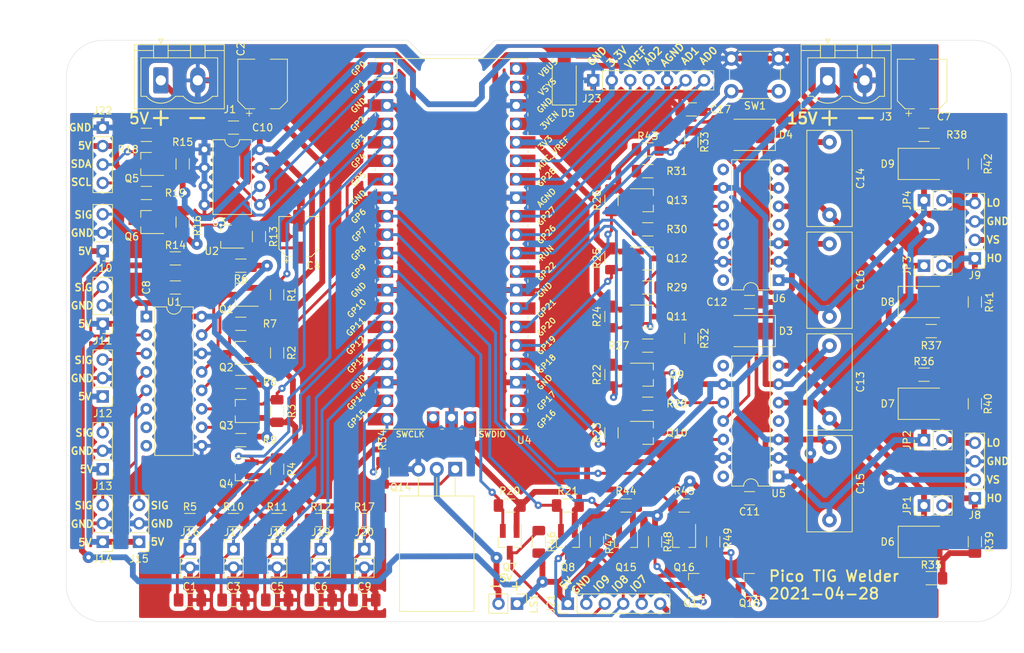
<source format=kicad_pcb>
(kicad_pcb (version 20221018) (generator pcbnew)
  (title_block (title "Pico TIG Welder") (date "2021-03-23") (rev "1.1"))
  (layers (0 "F.Cu" signal) (31 "B.Cu" signal) (34 "B.Paste" user) (35 "F.Paste" user) (36 "B.SilkS" user "B.Silkscreen") (37 "F.SilkS" user "F.Silkscreen") (38 "B.Mask" user) (39 "F.Mask" user) (44 "Edge.Cuts" user))
  (net 0 "")
  (net 1 "GND")
  (net 2 "/SW0")
  (net 3 "+5V")
  (net 4 "/SW1")
  (net 5 "/SW2")
  (net 6 "/SW3")
  (net 7 "+15V")
  (net 8 "/SW4")
  (net 9 "+3V3")
  (net 10 "Net-(C13-Pad2)")
  (net 11 "Net-(C13-Pad1)")
  (net 12 "Net-(C14-Pad2)")
  (net 13 "Net-(C14-Pad1)")
  (net 14 "Net-(C15-Pad2)")
  (net 15 "Net-(C16-Pad2)")
  (net 16 "/~{RESET}")
  (net 17 "Net-(D3-Pad2)")
  (net 18 "Net-(D4-Pad2)")
  (net 19 "Net-(D5-Pad1)")
  (net 20 "Net-(D6-Pad2)")
  (net 21 "Net-(D6-Pad1)")
  (net 22 "Net-(D7-Pad2)")
  (net 23 "Net-(D8-Pad2)")
  (net 24 "Net-(D8-Pad1)")
  (net 25 "Net-(D9-Pad2)")
  (net 26 "Net-(J8-Pad4)")
  (net 27 "Net-(J8-Pad1)")
  (net 28 "Net-(J9-Pad1)")
  (net 29 "Net-(J10-Pad3)")
  (net 30 "Net-(J11-Pad3)")
  (net 31 "Net-(J12-Pad3)")
  (net 32 "Net-(J13-Pad3)")
  (net 33 "Net-(J14-Pad3)")
  (net 34 "Net-(J15-Pad3)")
  (net 35 "/I2C_LCD_SCL")
  (net 36 "/I2C_LCD_SDA")
  (net 37 "Net-(J9-Pad4)")
  (net 38 "/HV_MCP_CLK")
  (net 39 "/SPI_PICO_CLK")
  (net 40 "/HV_MCP_Dout")
  (net 41 "/SPI_PICO_RX")
  (net 42 "/HV_MCP_Din")
  (net 43 "/SPI_PICO_TX")
  (net 44 "/HV_MCP_~{CS}")
  (net 45 "/SPI_PICO_~{CS}")
  (net 46 "/I2C_PICO_SDA")
  (net 47 "/I2C_PICO_SCL")
  (net 48 "Net-(Q9-Pad3)")
  (net 49 "/HALF_BRIDGE_0_HIN")
  (net 50 "Net-(Q10-Pad3)")
  (net 51 "/HALF_BRIDGE_0_LIN")
  (net 52 "Net-(Q11-Pad3)")
  (net 53 "/FULL_BRIDGE_SD")
  (net 54 "Net-(Q12-Pad3)")
  (net 55 "/HALF_BRIDGE_1_HIN")
  (net 56 "Net-(Q13-Pad3)")
  (net 57 "/HALF_BRIDGE_1_LIN")
  (net 58 "Net-(Q14-Pad1)")
  (net 59 "/PWM_SPEAKER")
  (net 60 "Net-(U4-Pad43)")
  (net 61 "Net-(U4-Pad41)")
  (net 62 "Net-(U4-Pad37)")
  (net 63 "Net-(U4-Pad40)")
  (net 64 "Net-(J21-Pad6)")
  (net 65 "Net-(J21-Pad5)")
  (net 66 "Net-(J21-Pad4)")
  (net 67 "Net-(J21-Pad3)")
  (net 68 "Net-(J23-Pad7)")
  (net 69 "Net-(J23-Pad6)")
  (net 70 "Net-(J23-Pad4)")
  (net 71 "Net-(J23-Pad3)")
  (net 72 "Net-(C4-Pad1)")
  (net 73 "/IO_5V_0")
  (net 74 "/IO_5V_1")
  (net 75 "/IO_5V_2")
  (net 76 "/IO_5V_3")
  (net 77 "Net-(U4-Pad21)")
  (net 78 "Net-(U4-Pad22)")
  (net 79 "Net-(Q15-Pad3)")
  (net 80 "Net-(Q16-Pad3)")
  (net 81 "Net-(LS1-Pad2)")
  (footprint "Capacitor_SMD:C_1206_3216Metric_Pad1.33x1.80mm_HandSolder" (layer "F.Cu") (at 92 122)
    (fp_text reference "C1")
    (fp_text value "100n")
  )
  (footprint "Capacitor_SMD:C_1206_3216Metric_Pad1.33x1.80mm_HandSolder" (layer "F.Cu") (at 98 122)
    (fp_text reference "C3")
    (fp_text value "100n")
  )
  (footprint "Capacitor_SMD:CP_Elec_6.3x7.7" (layer "F.Cu") (at 192.75 51 90)
    (fp_text reference "C7")
    (fp_text value "100u 25V")
  )
  (footprint "Capacitor_SMD:C_1206_3216Metric_Pad1.33x1.80mm_HandSolder" (layer "F.Cu") (at 90 79 180)
    (fp_text reference "C8")
    (fp_text value "100n")
  )
  (footprint "Capacitor_SMD:C_1206_3216Metric_Pad1.33x1.80mm_HandSolder" (layer "F.Cu") (at 169 108 180)
    (fp_text reference "C11")
    (fp_text value "100n")
  )
  (footprint "Capacitor_SMD:C_1206_3216Metric_Pad1.33x1.80mm_HandSolder" (layer "F.Cu") (at 169 81 180)
    (fp_text reference "C12")
    (fp_text value "100n")
  )
  (footprint "Capacitor_THT:C_Rect_L13.0mm_W6.0mm_P10.00mm_FKS3_FKP3_MKS4" (layer "F.Cu") (at 180 87 -90)
    (fp_text reference "C13")
    (fp_text value "470n")
  )
  (footprint "Capacitor_THT:C_Rect_L13.0mm_W6.0mm_P10.00mm_FKS3_FKP3_MKS4" (layer "F.Cu") (at 180 101 -90)
    (fp_text reference "C15")
    (fp_text value "470n")
  )
  (footprint "Capacitor_THT:C_Rect_L13.0mm_W6.0mm_P10.00mm_FKS3_FKP3_MKS4" (layer "F.Cu") (at 180 73 -90)
    (fp_text reference "C16")
    (fp_text value "470n")
  )
  (footprint "Diode_SMD:D_SMB" (layer "F.Cu") (at 169 85 180)
    (fp_text reference "D3")
    (fp_text value "STTH212U")
  )
  (footprint "Diode_SMD:D_SMB" (layer "F.Cu") (at 169 58 180)
    (fp_text reference "D4")
    (fp_text value "STTH212U")
  )
  (footprint "Diode_SMD:D_SMA" (layer "F.Cu") (at 143.5 50.5 90)
    (fp_text reference "D5")
    (fp_text value "MBR1020VL")
  )
  (footprint "Diode_SMD:D_SMB" (layer "F.Cu") (at 193 114)
    (fp_text reference "D6")
    (fp_text value "STTH212U")
  )
  (footprint "Diode_SMD:D_SMB" (layer "F.Cu") (at 193 95)
    (fp_text reference "D7")
    (fp_text value "STTH212U")
  )
  (footprint "Diode_SMD:D_SMB" (layer "F.Cu") (at 193 62)
    (fp_text reference "D9")
    (fp_text value "STTH212U")
  )
  (footprint "Connector_Phoenix_MSTB:PhoenixContact_MSTBVA_2,5_2-G-5,08_1x02_P5.08mm_Vertical" (layer "F.Cu") (at 88 50.5)
    (fp_text reference "J1")
    (fp_text value "Conn_01x02_Male")
  )
  (footprint "Connector_PinHeader_2.54mm:PinHeader_1x04_P2.54mm_Vertical" (layer "F.Cu") (at 200 108 180)
    (fp_text reference "J8")
    (fp_text value "Conn_01x04_Male")
  )
  (footprint "Connector_PinHeader_2.54mm:PinHeader_1x04_P2.54mm_Vertical" (layer "F.Cu") (at 200 75 180)
    (fp_text reference "J9")
    (fp_text value "Conn_01x04_Male")
  )
  (footprint "Connector_PinHeader_2.54mm:PinHeader_1x03_P2.54mm_Vertical" (layer "F.Cu") (at 80 74 180)
    (fp_text reference "J10")
    (fp_text value "Conn_01x03_Male")
  )
  (footprint "Connector_PinHeader_2.54mm:PinHeader_1x03_P2.54mm_Vertical" (layer "F.Cu") (at 80 84 180)
    (fp_text reference "J11")
    (fp_text value "Conn_01x03_Male")
  )
  (footprint "Connector_PinHeader_2.54mm:PinHeader_1x03_P2.54mm_Vertical" (layer "F.Cu") (at 80 94 180)
    (fp_text reference "J12")
    (fp_text value "Conn_01x03_Male")
  )
  (footprint "Connector_PinHeader_2.54mm:PinHeader_1x02_P2.54mm_Vertical" (layer "F.Cu") (at 92 115)
    (fp_text reference "J16")
    (fp_text value "Conn_01x02_Male")
  )
  (footprint "Connector_PinHeader_2.54mm:PinHeader_1x02_P2.54mm_Vertical" (layer "F.Cu") (at 104 115)
    (fp_text reference "J18")
    (fp_text value "Conn_01x02_Male")
  )
  (footprint "Connector_PinHeader_2.54mm:PinHeader_1x02_P2.54mm_Vertical" (layer "F.Cu") (at 110 115)
    (fp_text reference "J19")
    (fp_text value "Conn_01x02_Male")
  )
  (footprint "Connector_PinHeader_2.54mm:PinHeader_1x02_P2.54mm_Vertical" (layer "F.Cu") (at 116 115)
    (fp_text reference "J20")
    (fp_text value "Conn_01x02_Male")
  )
  (footprint "Connector_PinHeader_2.54mm:PinHeader_1x04_P2.54mm_Vertical" (layer "F.Cu") (at 80 57)
    (fp_text reference "J22")
    (fp_text value "LCD I2C")
  )
  (footprint "Connector_PinHeader_2.54mm:PinHeader_1x02_P2.54mm_Vertical" (layer "F.Cu") (at 193 109 90)
    (fp_text reference "JP1")
    (fp_text value "Jumper_2_Bridged")
  )
  (footprint "Connector_PinHeader_2.54mm:PinHeader_1x02_P2.54mm_Vertical" (layer "F.Cu") (at 193 100 90)
    (fp_text reference "JP2")
    (fp_text value "Jumper_2_Bridged")
  )
  (footprint "Connector_PinHeader_2.54mm:PinHeader_1x02_P2.54mm_Vertical" (layer "F.Cu") (at 193 76 90)
    (fp_text reference "JP3")
    (fp_text value "Jumper_2_Bridged")
  )
  (footprint "Connector_PinHeader_2.54mm:PinHeader_1x02_P2.54mm_Vertical" (layer "F.Cu") (at 193 67 90)
    (fp_text reference "JP4")
    (fp_text value "Jumper_2_Bridged")
  )
  (footprint "Package_TO_SOT_SMD:SOT-23_Handsoldering" (layer "F.Cu") (at 99 80 180)
    (fp_text reference "Q1")
    (fp_text value "BSS138")
  )
  (footprint "Package_TO_SOT_SMD:SOT-23_Handsoldering" (layer "F.Cu") (at 99 88 180)
    (fp_text reference "Q2")
    (fp_text value "BSS138")
  )
  (footprint "Package_TO_SOT_SMD:SOT-23_Handsoldering" (layer "F.Cu") (at 99 96 180)
    (fp_text reference "Q3")
    (fp_text value "BSS138")
  )
  (footprint "Package_TO_SOT_SMD:SOT-23_Handsoldering" (layer "F.Cu") (at 155 91)
    (fp_text reference "Q9")
    (fp_text value "BSS138")
  )
  (footprint "Package_TO_SOT_SMD:SOT-23_Handsoldering" (layer "F.Cu") (at 155 99)
    (fp_text reference "Q10")
    (fp_text value "BSS138")
  )
  (footprint "Package_TO_SOT_SMD:SOT-23_Handsoldering" (layer "F.Cu") (at 155 83)
    (fp_text reference "Q11")
    (fp_text value "BSS138")
  )
  (footprint "Package_TO_SOT_SMD:SOT-23_Handsoldering" (layer "F.Cu") (at 155 75)
    (fp_text reference "Q12")
    (fp_text value "BSS138")
  )
  (footprint "Package_TO_SOT_SMD:SOT-23_Handsoldering" (layer "F.Cu") (at 155 67)
    (fp_text reference "Q13")
    (fp_text value "BSS138")
  )
  (footprint "Resistor_SMD:R_1206_3216Metric_Pad1.30x1.75mm_HandSolder" (layer "F.Cu") (at 104 80 90)
    (fp_text reference "R1")
    (fp_text value "10k")
  )
  (footprint "Resistor_SMD:R_1206_3216Metric_Pad1.30x1.75mm_HandSolder" (layer "F.Cu") (at 104 88 90)
    (fp_text reference "R2")
    (fp_text value "10k")
  )
  (footprint "Resistor_SMD:R_1206_3216Metric_Pad1.30x1.75mm_HandSolder" (layer "F.Cu") (at 104 96 90)
    (fp_text reference "R3")
    (fp_text value "10k")
  )
  (footprint "Resistor_SMD:R_1206_3216Metric_Pad1.30x1.75mm_HandSolder" (layer "F.Cu") (at 104 104 90)
    (fp_text reference "R4")
    (fp_text value "10k")
  )
  (footprint "Resistor_SMD:R_1206_3216Metric_Pad1.30x1.75mm_HandSolder" (layer "F.Cu") (at 99 76 180)
    (fp_text reference "R6")
    (fp_text value "4.7k")
  )
  (footprint "Resistor_SMD:R_1206_3216Metric_Pad1.30x1.75mm_HandSolder" (layer "F.Cu") (at 99 92 180)
    (fp_text reference "R8")
    (fp_text value "4.7k")
  )
  (footprint "Resistor_SMD:R_1206_3216Metric_Pad1.30x1.75mm_HandSolder" (layer "F.Cu") (at 99 100 180)
    (fp_text reference "R9")
    (fp_text value "4.7k")
  )
  (footprint "Resistor_SMD:R_1206_3216Metric_Pad1.30x1.75mm_HandSolder" (layer "F.Cu") (at 98 111)
    (fp_text reference "R10")
    (fp_text value "10k")
  )
  (footprint "Resistor_SMD:R_1206_3216Metric_Pad1.30x1.75mm_HandSolder" (layer "F.Cu") (at 104 111)
    (fp_text reference "R11")
    (fp_text value "10k")
  )
  (footprint "Resistor_SMD:R_1206_3216Metric_Pad1.30x1.75mm_HandSolder" (layer "F.Cu") (at 110 111)
    (fp_text reference "R12")
    (fp_text value "10k")
  )
  (footprint "Resistor_SMD:R_1206_3216Metric_Pad1.30x1.75mm_HandSolder" (layer "F.Cu") (at 101.5 72 90)
    (fp_text reference "R13")
    (fp_text value "10k")
  )
  (footprint "Resistor_SMD:R_1206_3216Metric_Pad1.30x1.75mm_HandSolder" (layer "F.Cu") (at 90 75)
    (fp_text reference "R14")
    (fp_text value "1.5k 0.1%")
  )
  (footprint "Resistor_SMD:R_1206_3216Metric_Pad1.30x1.75mm_HandSolder" (layer "F.Cu") (at 116 111)
    (fp_text reference "R17")
    (fp_text value "10k")
  )
  (footprint "Resistor_SMD:R_1206_3216Metric_Pad1.30x1.75mm_HandSolder" (layer "F.Cu") (at 150 91 -90)
    (fp_text reference "R22")
    (fp_text value "10k")
  )
  (footprint "Resistor_SMD:R_1206_3216Metric_Pad1.30x1.75mm_HandSolder" (layer "F.Cu") (at 150 99 -90)
    (fp_text reference "R23")
    (fp_text value "10k")
  )
  (footprint "Resistor_SMD:R_1206_3216Metric_Pad1.30x1.75mm_HandSolder" (layer "F.Cu") (at 150 83 -90)
    (fp_text reference "R24")
    (fp_text value "10k")
  )
  (footprint "Resistor_SMD:R_1206_3216Metric_Pad1.30x1.75mm_HandSolder" (layer "F.Cu") (at 150 75 -90)
    (fp_text reference "R25")
    (fp_text value "10k")
  )
  (footprint "Resistor_SMD:R_1206_3216Metric_Pad1.30x1.75mm_HandSolder" (layer "F.Cu") (at 150 67 -90)
    (fp_text reference "R26")
    (fp_text value "10k")
  )
  (footprint "Resistor_SMD:R_1206_3216Metric_Pad1.30x1.75mm_HandSolder" (layer "F.Cu") (at 155 87 180)
    (fp_text reference "R27")
    (fp_text value "10k")
  )
  (footprint "Resistor_SMD:R_1206_3216Metric_Pad1.30x1.75mm_HandSolder" (layer "F.Cu") (at 155 95 180)
    (fp_text reference "R28")
    (fp_text value "10k")
  )
  (footprint "Resistor_SMD:R_1206_3216Metric_Pad1.30x1.75mm_HandSolder" (layer "F.Cu") (at 155 79 180)
    (fp_text reference "R29")
    (fp_text value "10k")
  )
  (footprint "Resistor_SMD:R_1206_3216Metric_Pad1.30x1.75mm_HandSolder" (layer "F.Cu") (at 155 71 180)
    (fp_text reference "R30")
    (fp_text value "10k")
  )
  (footprint "Resistor_SMD:R_1206_3216Metric_Pad1.30x1.75mm_HandSolder" (layer "F.Cu") (at 155 63 180)
    (fp_text reference "R31")
    (fp_text value "10k")
  )
  (footprint "Resistor_SMD:R_1206_3216Metric_Pad1.30x1.75mm_HandSolder" (layer "F.Cu") (at 161 86 -90)
    (fp_text reference "R32")
    (fp_text value "10")
  )
  (footprint "Resistor_SMD:R_1206_3216Metric_Pad1.30x1.75mm_HandSolder" (layer "F.Cu") (at 161 59 -90)
    (fp_text reference "R33")
    (fp_text value "10")
  )
  (footprint "Resistor_SMD:R_1206_3216Metric_Pad1.30x1.75mm_HandSolder" (layer "F.Cu") (at 194 119)
    (fp_text reference "R35")
    (fp_text value "22")
  )
  (footprint "Resistor_SMD:R_1206_3216Metric_Pad1.30x1.75mm_HandSolder" (layer "F.Cu") (at 194 85)
    (fp_text reference "R37")
    (fp_text value "22")
  )
  (footprint "Resistor_SMD:R_1206_3216Metric_Pad1.30x1.75mm_HandSolder" (layer "F.Cu") (at 193 58)
    (fp_text reference "R38")
    (fp_text value "22")
  )
  (footprint "Resistor_SMD:R_1206_3216Metric_Pad1.30x1.75mm_HandSolder" (layer "F.Cu") (at 200 114 90)
    (fp_text reference "R39")
    (fp_text value "10")
  )
  (footprint "Resistor_SMD:R_1206_3216Metric_Pad1.30x1.75mm_HandSolder" (layer "F.Cu") (at 200 95 -90)
    (fp_text reference "R40")
    (fp_text value "10")
  )
  (footprint "Resistor_SMD:R_1206_3216Metric_Pad1.30x1.75mm_HandSolder" (layer "F.Cu") (at 200 81 90)
    (fp_text reference "R41")
    (fp_text value "10")
  )
  (footprint "Resistor_SMD:R_1206_3216Metric_Pad1.30x1.75mm_HandSolder" (layer "F.Cu") (at 200 62 -90)
    (fp_text reference "R42")
    (fp_text value "10")
  )
  (footprint "Resistor_SMD:R_1206_3216Metric_Pad1.30x1.75mm_HandSolder" (layer "F.Cu") (at 155 60)
    (fp_text reference "R43")
    (fp_text value "10k")
  )
  (footprint "Package_DIP:DIP-16_W7.62mm" (layer "F.Cu") (at 86 83)
    (fp_text reference "U1")
    (fp_text value "MCP3208")
  )
  (footprint "Package_TO_SOT_SMD:SOT-23_Handsoldering" (layer "F.Cu") (at 97 72 180)
    (fp_text reference "U2")
    (fp_text value "LM4040DBZ-5.0")
  )
  (footprint "RPi_Pico:RPi_Pico_SMD_TH" (layer "F.Cu") (at 128 73)
    (fp_text reference "U4")
    (fp_text value "Pico")
  )
  (footprint "Package_DIP:DIP-14_W7.62mm" (layer "F.Cu") (at 173 78 180)
    (fp_text reference "U6")
    (fp_text value "IR2110")
  )
  (footprint "MountingHole:MountingHole_3mm" (layer "F.Cu") (at 80 50)
    (fp_text reference "H1" hide)
    (fp_text value "MountingHole")
  )
  (footprint "Connector_Phoenix_MSTB:PhoenixContact_MSTBVA_2,5_2-G-5,08_1x02_P5.08mm_Vertical" (layer "F.Cu") (at 179.75 50.5)
    (fp_text reference "J3")
    (fp_text value "Conn_01x02_Male")
  )
  (footprint "MountingHole:MountingHole_3mm" (layer "F.Cu") (at 80 120)
    (fp_text reference "H4" hide)
    (fp_text value "MountingHole")
  )
  (footprint "MountingHole:MountingHole_3mm" (layer "F.Cu") (at 200 50)
    (fp_text reference "H2" hide)
    (fp_text value "MountingHole")
  )
  (footprint "Button_Switch_THT:SW_PUSH_6mm_H5mm" (layer "F.Cu") (at 173 52 180)
    (fp_text reference "SW1")
    (fp_text value "SW_Push")
  )
  (footprint "Capacitor_SMD:C_1206_3216Metric_Pad1.33x1.80mm_HandSolder" (layer "F.Cu") (at 104 122)
    (fp_text reference "C5")
    (fp_text value "100n")
  )
  (footprint "Capacitor_SMD:C_1206_3216Metric_Pad1.33x1.80mm_HandSolder" (layer "F.Cu") (at 110 122)
    (fp_text reference "C6")
    (fp_text value "100n")
  )
  (footprint "Capacitor_SMD:C_1206_3216Metric_Pad1.33x1.80mm_HandSolder" (layer "F.Cu") (at 116 122)
    (fp_text reference "C9")
    (fp_text value "100n")
  )
  (footprint "Connector_PinHeader_2.54mm:PinHeader_1x02_P2.54mm_Vertical" (layer "F.Cu") (at 137 122.5 -90)
    (fp_text reference "LS1")
    (fp_text value "Speaker")
  )
  (footprint "MountingHole:MountingHole_3mm" (layer "F.Cu") (at 200 120)
    (fp_text reference "H3" hide)
    (fp_text value "MountingHole")
  )
  (footprint "Resistor_SMD:R_1206_3216Metric_Pad1.30x1.75mm_HandSolder" (layer "F.Cu") (at 92 111)
    (fp_text reference "R5")
    (fp_text value "10k")
  )
  (footprint "Capacitor_SMD:CP_Elec_6.3x5.4" (layer "F.Cu") (at 102 51 90)
    (fp_text reference "C2")
    (fp_text value "100u 16V")
  )
  (footprint "Connector_PinHeader_2.54mm:PinHeader_1x03_P2.54mm_Vertical" (layer "F.Cu") (at 80 104 180)
    (fp_text reference "J13")
    (fp_text value "Conn_01x03_Male")
  )
  (footprint "Connector_PinHeader_2.54mm:PinHeader_1x03_P2.54mm_Vertical" (layer "F.Cu") (at 80 114 180)
    (fp_text reference "J14")
    (fp_text value "Conn_01x03_Male")
  )
  (footprint "Connector_PinHeader_2.54mm:PinHeader_1x03_P2.54mm_Vertical" (layer "F.Cu") (at 85 114 180)
    (fp_text reference "J15")
    (fp_text value "Conn_01x03_Male")
  )
  (footprint "Package_TO_SOT_SMD:SOT-23_Handsoldering" (layer "F.Cu") (at 99 104 180)
    (fp_text reference "Q4")
    (fp_text value "BSS138")
  )
  (footprint "Package_DIP:DIP-8_W7.62mm" (layer "F.Cu") (at 94 60)
    (fp_text reference "U3")
    (fp_text value "24LC1025")
  )
  (footprint "Capacitor_SMD:C_1206_3216Metric_Pad1.33x1.80mm_HandSolder" (layer "F.Cu") (at 98 57 180)
    (fp_text reference "C10")
    (fp_text value "100n")
  )
  (footprint "Connector_PinHeader_2.54mm:PinHeader_1x06_P2.54mm_Vertical" (layer "F.Cu") (at 144 122.5 90)
    (fp_text reference "J21")
    (fp_text value "Conn_01x06_Male")
  )
  (footprint "Capacitor_SMD:CP_Elec_5x5.3" (layer "F.Cu") (at 107 72 90)
    (fp_text reference "C4")
    (fp_text value "10u 25V")
  )
  (footprint "Package_TO_SOT_SMD:SOT-23_Handsoldering" (layer "F.Cu") (at 136 114 -90)
    (fp_text reference "Q7")
    (fp_text value "BSS138")
  )
  (footprint "Resistor_SMD:R_1206_3216Metric_Pad1.30x1.75mm_HandSolder" (layer "F.Cu") (at 136 109 180)
    (fp_text reference "R20")
    (fp_text value "10k")
  )
  (footprint "Resistor_SMD:R_1206_3216Metric_Pad1.30x1.75mm_HandSolder" (layer "F.Cu") (at 144 109 180)
    (fp_text reference "R21")
    (fp_text value "10k")
  )
  (footprint "Resistor_SMD:R_1206_3216Metric_Pad1.30x1.75mm_HandSolder" (layer "F.Cu") (at 152 109 180)
    (fp_text reference "R44")
    (fp_text value "10k")
  )
  (footprint "Resistor_SMD:R_1206_3216Metric_Pad1.30x1.75mm_HandSolder" (layer "F.Cu") (at 160 109 180)
    (fp_text reference "R45")
    (fp_text value "10k")
  )
  (footprint "Resistor_SMD:R_1206_3216Metric_Pad1.30x1.75mm_HandSolder" (layer "F.Cu") (at 140 114 90)
    (fp_text reference "R46")
    (fp_text value "4.7k")
  )
  (footprint "Resistor_SMD:R_1206_3216Metric_Pad1.30x1.75mm_HandSolder" (layer "F.Cu") (at 148 114 -90)
    (fp_text reference "R47")
    (fp_text value "4.7k")
  )
  (footprint "Resistor_SMD:R_1206_3216Metric_Pad1.30x1.75mm_HandSolder" (layer "F.Cu") (at 156 114 -90)
    (fp_text reference "R48")
    (fp_text value "1k")
  )
  (footprint "Resistor_SMD:R_1206_3216Metric_Pad1.30x1.75mm_HandSolder" (layer "F.Cu") (at 164 114 -90)
    (fp_text reference "R49")
    (fp_text value "1k")
  )
  (footprint "Resistor_SMD:R_1206_3216Metric_Pad1.30x1.75mm_HandSolder" (layer "F.Cu") (at 99 84 180)
    (fp_text reference "R7")
    (fp_text value "4.7k")
  )
  (footprint "Package_TO_SOT_SMD:SOT-23_Handsoldering" (layer "F.Cu") (at 160 114 -90)
    (fp_text reference "Q16")
    (fp_text value "BSS138")
  )
  (footprint "Connector_PinHeader_2.54mm:PinHeader_1x02_P2.54mm_Vertical" (layer "F.Cu") (at 98 115)
    (fp_text reference "J17")
    (fp_text value "Conn_01x02_Male")
  )
  (footprint "Resistor_SMD:R_1206_3216Metric_Pad1.30x1.75mm_HandSolder" (layer "F.Cu") (at 193 91)
    (fp_text reference "R36")
    (fp_text value "22")
  )
  (footprint "Capacitor_THT:C_Rect_L13.0mm_W6.0mm_P10.00mm_FKS3_FKP3_MKS4" (layer "F.Cu") (at 180 59 -90)
    (fp_text reference "C14")
    (fp_text value "470n")
  )
  (footprint "Package_TO_SOT_THT:TO-220-3_Horizontal_TabDown" (layer "F.Cu") (at 128.5 104 180)
    (fp_text reference "Q14")
    (fp_text value "TIP122")
  )
  (footprint "Package_TO_SOT_SMD:SOT-23_Handsoldering" (layer "F.Cu") (at 144 114 -90)
    (fp_text reference "Q8")
    (fp_text value "BSS138")
  )
  (footprint "Package_TO_SOT_SMD:SOT-23_Handsoldering" (layer "F.Cu") (at 152 114 -90)
    (fp_text reference "Q15")
    (fp_text value "BSS138")
  )
  (footprint "Capacitor_SMD:C_1206_3216Metric_Pad1.33x1.80mm_HandSolder" (layer "F.Cu") (at 161 54.5 180)
    (fp_text reference "C17")
    (fp_text value "100n")
  )
  (footprint "Connector_PinHeader_2.54mm:PinHeader_1x07_P2.54mm_Vertical" (layer "F.Cu") (at 147.5 50.5 90)
    (fp_text reference "J23")
    (fp_text value "Conn_01x07_Male")
  )
  (footprint "Package_DIP:DIP-14_W7.62mm" (layer "F.Cu") (at 173 105 180)
    (fp_text reference "U5")
    (fp_text value "IR2110")
  )
  (footprint "Package_TO_SOT_SMD:SOT-23_Handsoldering" (layer "F.Cu") (at 86 62 180)
    (fp_text reference "Q5")
    (fp_text value "BSS138")
  )
  (footprint "Package_TO_SOT_SMD:SOT-23_Handsoldering" (layer "F.Cu") (at 86 70 180)
    (fp_text reference "Q6")
    (fp_text value "BSS138")
  )
  (footprint "Resistor_SMD:R_1206_3216Metric_Pad1.30x1.75mm_HandSolder" (layer "F.Cu") (at 86 66 180)
    (fp_text reference "R19")
    (fp_text value "4.7k")
  )
  (footprint "Resistor_SMD:R_1206_3216Metric_Pad1.30x1.75mm_HandSolder" (layer "F.Cu") (at 91 62 90)
    (fp_text reference "R15")
    (fp_text value "3.3k")
  )
  (footprint "Resistor_SMD:R_1206_3216Metric_Pad1.30x1.75mm_HandSolder" (layer "F.Cu") (at 91 70 90)
    (fp_text reference "R16")
    (fp_text value "3.3k")
  )
  (footprint "Resistor_SMD:R_1206_3216Metric_Pad1.30x1.75mm_HandSolder" (layer "F.Cu") (at 86 58 180)
    (fp_text reference "R18")
    (fp_text value "4.7k")
  )
  (footprint "Diode_SMD:D_SMB" (layer "F.Cu") (at 193 81)
    (fp_text reference "D8")
    (fp_text value "STTH212U")
  )
  (footprint "Resistor_SMD:R_1206_3216Metric_Pad1.30x1.75mm_HandSolder" (layer "F.Cu") (at 118.5 104.5 90)
    (fp_text reference "R34")
    (fp_text value "3.3k")
  )
  (footprint "Package_TO_SOT_SMD:SOT-23" (layer "F.Cu") (at 161.36 119.93 180)
    (fp_text reference "Q17")
    (fp_text value "BC817")
  )
  (footprint "Package_TO_SOT_SMD:SOT-23" (layer "F.Cu") (at 168.98 119.93 180)
    (fp_text reference "Q18")
    (fp_text value "BC817")
  )
  (gr_line (start 80 125) (end 200 125) (stroke (width 0.05)) (layer "Edge.Cuts"))
  (gr_line (start 205 50) (end 205 120) (stroke (width 0.05)) (layer "Edge.Cuts"))
  (gr_line (start 75 50) (end 75 120) (stroke (width 0.05)) (layer "Edge.Cuts"))
  (gr_line (start 134 45) (end 200 45) (stroke (width 0.05)) (layer "Edge.Cuts"))
  (gr_arc (start 200 45) (mid 203.535534 46.464466) (end 205 50) (stroke (width 0.05)) (layer "Edge.Cuts"))
  (gr_line (start 124 47) (end 132 47) (stroke (width 0.05)) (layer "Edge.Cuts"))
  (gr_arc (start 80 125) (mid 76.464466 123.535534) (end 75 120) (stroke (width 0.05)) (layer "Edge.Cuts"))
  (gr_arc (start 205 120) (mid 203.535534 123.535534) (end 200 125) (stroke (width 0.05)) (layer "Edge.Cuts"))
  (gr_arc (start 75 50) (mid 76.464466 46.464466) (end 80 45) (stroke (width 0.05)) (layer "Edge.Cuts"))
  (gr_line (start 80 45) (end 122 45) (stroke (width 0.05)) (layer "Edge.Cuts"))
  (gr_line (start 132 47) (end 134 45) (stroke (width 0.05)) (layer "Edge.Cuts"))
  (gr_line (start 122 45) (end 124 47) (stroke (width 0.05)) (layer "Edge.Cuts"))
  (gr_text "-\n" (at 185 55.5) (layer "F.SilkS") (effects (font (size 2.5 2.5) (thickness 0.3))))
  (gr_text "5V" (at 77.52381 59.5) (layer "F.SilkS") (effects (font (size 1 1) (thickness 0.2))))
  (gr_text "SDA" (at 77.02381 62) (layer "F.SilkS") (effects (font (size 1 1) (thickness 0.2))))
  (gr_text "SCL" (at 77.047619 64.5) (layer "F.SilkS") (effects (font (size 1 1) (thickness 0.2))))
  (gr_text "GND" (at 76.904762 57) (layer "F.SilkS") (effects (font (size 1 1) (thickness 0.2))))
  (gr_text "GND" (at 75.508 111.548) (layer "F.SilkS") (effects (font (size 1 1) (thickness 0.2)) (justify left)))
  (gr_text "SIG" (at 76.016 109) (layer "F.SilkS") (effects (font (size 1 1) (thickness 0.2)) (justify left)))
  (gr_text "5V" (at 76.524 114.088) (layer "F.SilkS") (effects (font (size 1 1) (thickness 0.2)) (justify left)))
  (gr_text "5V" (at 86.5 114) (layer "F.SilkS") (effects (font (size 1 1) (thickness 0.2)) (justify left)))
  (gr_text "GND" (at 86.5 111.5) (layer "F.SilkS") (effects (font (size 1 1) (thickness 0.2)) (justify left)))
  (gr_text "SIG" (at 86.5 109) (layer "F.SilkS") (effects (font (size 1 1) (thickness 0.2)) (justify left)))
  (gr_text "5V" (at 76.738095 104) (layer "F.SilkS") (effects (font (size 1 1) (thickness 0.2)) (justify left)))
  (gr_text "GND" (at 75.5 101.5) (layer "F.SilkS") (effects (font (size 1 1) (thickness 0.2)) (justify left)))
  (gr_text "SIG" (at 76.119048 99) (layer "F.SilkS") (effects (font (size 1 1) (thickness 0.2)) (justify left)))
  (gr_text "5V" (at 76.5 94) (layer "F.SilkS") (effects (font (size 1 1) (thickness 0.2)) (justify left)))
  (gr_text "GND" (at 75.5 91.5) (layer "F.SilkS") (effects (font (size 1 1) (thickness 0.2)) (justify left)))
  (gr_text "SIG" (at 76 89) (layer "F.SilkS") (effects (font (size 1 1) (thickness 0.2)) (justify left)))
  (gr_text "GND" (at 75.5 81.5) (layer "F.SilkS") (effects (font (size 1 1) (thickness 0.2)) (justify left)))
  (gr_text "5V" (at 76.5 84) (layer "F.SilkS") (effects (font (size 1 1) (thickness 0.2)) (justify left)))
  (gr_text "SIG" (at 76 79) (layer "F.SilkS") (effects (font (size 1 1) (thickness 0.2)) (justify left)))
  (gr_text "5V" (at 76.5 74) (layer "F.SilkS") (effects (font (size 1 1) (thickness 0.2)) (justify left)))
  (gr_text "GND" (at 75.5 71.5) (layer "F.SilkS") (effects (font (size 1 1) (thickness 0.2)) (justify left)))
  (gr_text "SIG" (at 76 69) (layer "F.SilkS") (effects (font (size 1 1) (thickness 0.2)) (justify left)))
  (gr_text "GND" (at 147 118.716 45) (layer "F.SilkS") (effects (font (size 1 1) (thickness 0.2)) (justify right)))
  (gr_text "5V" (at 144.5 119 45) (layer "F.SilkS") (effects (font (size 1 1) (thickness 0.2)) (justify right)))
  (gr_text "IO9" (at 148.66 119.732 45) (layer "F.SilkS") (effects (font (size 1 1) (thickness 0.2))))
  (gr_text "IO8" (at 151.2 119.732 45) (layer "F.SilkS") (effects (font (size 1 1) (thickness 0.2))))
  (gr_text "IO7" (at 153.74 119.732 45) (layer "F.SilkS") (effects (font (size 1 1) (thickness 0.2))))
  (gr_text "5V" (at 136.5 119) (layer "F.SilkS") (effects (font (size 1 1) (thickness 0.2)) (justify right)))
  (gr_text "+" (at 138 120) (layer "F.SilkS") (effects (font (size 1.5 1.5) (thickness 0.2)) (justify right)))
  (gr_text "-" (at 135 120) (layer "F.SilkS") (effects (font (size 1.5 1.5) (thickness 0.2)) (justify right)))
  (gr_text "LO" (at 201.492 100.372) (layer "F.SilkS") (effects (font (size 1 1) (thickness 0.2)) (justify left)))
  (gr_text "GND" (at 201.492 102.912) (layer "F.SilkS") (effects (font (size 1 1) (thickness 0.2)) (justify left)))
  (gr_text "VS" (at 201.492 105.452) (layer "F.SilkS") (effects (font (size 1 1) (thickness 0.2)) (justify left)))
  (gr_text "HO" (at 201.492 107.992) (layer "F.SilkS") (effects (font (size 1 1) (thickness 0.2)) (justify left)))
  (gr_text "GND" (at 201.492 69.892) (layer "F.SilkS") (effects (font (size 1 1) (thickness 0.2)) (justify left)))
  (gr_text "LO" (at 201.492 67.352) (layer "F.SilkS") (effects (font (size 1 1) (thickness 0.2)) (justify left)))
  (gr_text "VS" (at 201.492 72.432) (layer "F.SilkS") (effects (font (size 1 1) (thickness 0.2)) (justify left)))
  (gr_text "HO" (at 201.492 74.972) (layer "F.SilkS") (effects (font (size 1 1) (thickness 0.2)) (justify left)))
  (gr_text "AGND" (at 159.836 45.508 45) (layer "F.SilkS") (effects (font (size 1 1) (thickness 0.2)) (justify right)))
  (gr_text "3.3V" (at 152 46.016 45) (layer "F.SilkS") (effects (font (size 1 1) (thickness 0.2)) (justify right)))
  (gr_text "AD1" (at 161.868 46.016 45) (layer "F.SilkS") (effects (font (size 1 1) (thickness 0.2)) (justify right)))
  (gr_text "AD0" (at 164.408 46.016 45) (layer "F.SilkS") (effects (font (size 1 1) (thickness 0.2)) (justify right)))
  (gr_text "AD2" (at 156.788 46.016 45) (layer "F.SilkS") (effects (font (size 1 1) (thickness 0.2)) (justify right)))
  (gr_text "VREF" (at 154.756 46.016 45) (layer "F.SilkS") (effects (font (size 1 1) (thickness 0.2)) (justify right)))
  (gr_text "GND" (at 149.168 46.016 45) (layer "F.SilkS") (effects (font (size 1 1) (thickness 0.2)) (justify right)))
  (gr_text "+" (at 88 55.5) (layer "F.SilkS") (effects (font (size 2.5 2.5) (thickness 0.3))))
  (gr_text "-\n" (at 93 55.5) (layer "F.SilkS") (effects (font (size 2.5 2.5) (thickness 0.3))))
  (gr_text "5V" (at 85 55.75) (layer "F.SilkS") (effects (font (size 1.5 1.5) (thickness 0.25))))
  (gr_text "15V" (at 176.25 55.75) (layer "F.SilkS") (effects (font (size 1.5 1.5) (thickness 0.3))))
  (gr_text "+" (at 180 55.5) (layer "F.SilkS") (effects (font (size 2.5 2.5) (thickness 0.3))))
  (gr_text "Pico TIG Welder\n2021-04-28" (at 171.52 119.93) (layer "F.SilkS") (effects (font (size 1.5 1.5) (thickness 0.25)) (justify left)))
  (segment (start 93.5625 122) (end 93.5625 120.9528) (width 0.8) (layer "F.Cu") (net 1))
  (segment (start 119.11 66.65) (end 120.9603 66.65) (width 0.8) (layer "F.Cu") (net 1))
  (segment (start 94 60) (end 94 58.1997) (width 0.8) (layer "F.Cu") (net 1))
  (segment (start 80 81.46) (end 81.8503 81.46) (width 0.8) (layer "F.Cu") (net 1))
  (segment (start 147.5 52.3503) (end 157.66 52.3503) (width 0.8) (layer "F.Cu") (net 1))
  (segment (start 93.5625 120.9528) (end 92 119.3903) (width 0.8) (layer "F.Cu") (net 1))
  (segment (start 81.8503 81.46) (end 84.3103 79) (width 0.8) (layer "F.Cu") (net 1))
  (segment (start 173 47.5) (end 180.8933 47.5) (width 0.8) (layer "F.Cu") (net 1))
  (segment (start 120.9603 66.5763) (end 121.034 66.65) (width 0.8) (layer "F.Cu") (net 1))
  (segment (start 168.452 75.46) (end 167.4375 76.4775) (width 0.8) (layer "F.Cu") (net 1))
  (segment (start 166.42 75.46) (end 165.38 75.46) (width 0.8) (layer "F.Cu") (net 1))
  (segment (start 157.66 52.3503) (end 157.66 50.5) (width 0.8) (layer "F.Cu") (net 1))
  (segment (start 173 75.46) (end 168.452 75.46) (width 0.8) (layer "F.Cu") (net 1))
  (segment (start 130.9997 92.05) (end 128 95.0497) (width 0.8) (layer "F.Cu") (net 1))
  (segment (start 98.5 71.05) (end 98.5 70.4) (width 0.8) (layer "F.Cu") (net 1))
  (segment (start 167.4375 76.4775) (end 167.4375 81) (width 0.8) (layer "F.Cu") (net 1))
  (segment (start 120.9603 92.05) (end 119.11 92.05) (width 0.8) (layer "F.Cu") (net 1))
  (segment (start 104 117.54) (end 104 119.3903) (width 0.8) (layer "F.Cu") (net 1))
  (segment (start 94 58.1997) (end 95.2378 58.1997) (width 0.8) (layer "F.Cu") (net 1))
  (segment (start 92 117.54) (end 92 119.3903) (width 0.8) (layer "F.Cu") (net 1))
  (segment (start 121.034 66.65) (end 119.11 66.65) (width 0.8) (layer "F.Cu") (net 1))
  (segment (start 167.4375 102.7172) (end 167.1803 102.46) (width 0.8) (layer "F.Cu") (net 1))
  (segment (start 136.89 92.05) (end 130.9997 92.05) (width 0.8) (layer "F.Cu") (net 1))
  (segment (start 119.11 79.35) (end 120.9603 79.35) (width 0.8) (layer "F.Cu") (net 1))
  (segment (start 101.62 62.54) (end 102.432 62.54) (width 0.8) (layer "F.Cu") (net 1))
  (segment (start 159.4375 54.5) (end 157.66 52.7225) (width 0.8) (layer "F.Cu") (net 1))
  (segment (start 192.75 48.3) (end 189.0703 48.3) (width 0.8) (layer "F.Cu") (net 1))
  (segment (start 104.0956 67.8544) (end 101.5 70.45) (width 0.8) (layer "F.Cu") (net 1))
  (segment (start 183.8 50.5) (end 184.83 50.5) (width 0.8) (layer "F.Cu") (net 1))
  (segment (start 102.432 62.54) (end 103.4203 63.5283) (width 0.8) (layer "F.Cu") (net 1))
  (segment (start 93.08 50.5) (end 95.1203 50.5) (width 0.8) (layer "F.Cu") (net 1))
  (segment (start 110 117.54) (end 110 119.3903) (width 0.8) (layer "F.Cu") (net 1))
  (segment (start 165.38 102.46) (end 167.1803 102.46) (width 0.8) (layer "F.Cu") (net 1))
  (segment (start 116 117.54) (end 116 119.3903) (width 0.8) (layer "F.Cu") (net 1))
  (segment (start 103.4203 67.1792) (end 104.0956 67.8544) (width 0.8) (layer "F.Cu") (net 1))
  (segment (start 135.0397 66.65) (end 132.845 66.65) (width 0.8) (layer "F.Cu") (net 1))
  (segment (start 98.5 71.05) (end 100.4503 71.05) (width 0.8) (layer "F.Cu") (net 1))
  (segment (start 162.81001 118.52999) (end 162.36 118.98) (width 0.8) (layer "F.Cu") (net 1))
  (segment (start 128 96.9) (end 128 95.3998) (width 0.8) (layer "F.Cu") (net 1))
  (segment (start 119.11 53.95) (end 120.018 53.95) (width 0.8) (layer "F.Cu") (net 1))
  (segment (start 101.5 70.45) (end 101.0503 70.45) (width 0.8) (layer "F.Cu") (net 1))
  (segment (start 105.5625 122) (end 105.5625 120.9528) (width 0.8) (layer "F.Cu") (net 1))
  (segment (start 134.69 79.35) (end 132.785 77.385) (width 0.8) (layer "F.Cu") (net 1))
  (segment (start 117.5625 120.9528) (end 117.5625 122) (width 0.8) (layer "F.Cu") (net 1))
  (segment (start 157.66 52.7225) (end 157.66 52.3503) (width 0.8) (layer "F.Cu") (net 1))
  (segment (start 167.4375 76.4775) (end 166.42 75.46) (width 0.8) (layer "F.Cu") (net 1))
  (segment (start 136.89 66.65) (end 135.0397 66.65) (width 0.8) (layer "F.Cu") (net 1))
  (segment (start 111.5625 122) (end 111.5625 120.9528) (width 0.8) (layer "F.Cu") (net 1))
  (segment (start 132.785 77.385) (end 132.845 66.65) (width 0.8) (layer "F.Cu") (net 1))
  (segment (start 147.5 50.5) (end 147.5 52.3503) (width 0.8) (layer "F.Cu") (net 1))
  (segment (start 169.98 118.98) (end 169.52999 118.52999) (width 0.8) (layer "F.Cu") (net 1))
  (segment (start 169.52999 118.52999) (end 162.81001 118.52999) (width 0.8) (layer "F.Cu") (net 1))
  (segment (start 125.0003 92.05) (end 120.9603 92.05) (width 0.8) (layer "F.Cu") (net 1))
  (segment (start 120.9603 79.35) (end 120.9603 92.05) (width 0.8) (layer "F.Cu") (net 1))
  (segment (start 184.83 50.5) (end 186.8703 50.5) (width 0.8) (layer "F.Cu") (net 1))
  (segment (start 120.018 53.95) (end 120.9603 54.8923) (width 0.8) (layer "F.Cu") (net 1))
  (segment (start 99.5625 120.9528) (end 99.5625 122) (width 0.8) (layer "F.Cu") (net 1))
  (segment (start 106.0411 69.8) (end 107 69.8) (width 0.8) (layer "F.Cu") (net 1))
  (segment (start 97.83 69.6497) (end 95.8003 67.62) (width 0.8) (layer "F.Cu") (net 1))
  (segment (start 98.5 70.4) (end 97.83 69.6497) (width 0.8) (layer "F.Cu") (net 1))
  (segment (start 128 95.0497) (end 125.0003 92.05) (width 0.8) (layer "F.Cu") (net 1))
  (segment (start 84.3103 79) (end 88.4375 79) (width 0.8) (layer "F.Cu") (net 1))
  (segment (start 98 119.3903) (end 99.5625 120.9528) (width 0.8) (layer "F.Cu") (net 1))
  (segment (start 180.8933 47.5) (end 182.7897 49.3964) (width 0.8) (layer "F.Cu") (net 1))
  (segment (start 97.4203 48.2) (end 95.1203 50.5) (width 0.8) (layer "F.Cu") (net 1))
  (segment (start 103.4203 63.5283) (end 103.4203 67.1792) (width 0.8) (layer "F.Cu") (net 1))
  (segment (start 128 95.3998) (end 128 95.0497) (width 0.8) (layer "F.Cu") (net 1))
  (segment (start 120.9603 54.8923) (end 120.9603 66.5763) (width 0.8) (layer "F.Cu") (net 1))
  (segment (start 167.4375 108) (end 167.4375 102.7172) (width 0.8) (layer "F.Cu") (net 1))
  (segment (start 102 48.2) (end 97.4203 48.2) (width 0.8) (layer "F.Cu") (net 1))
  (segment (start 111.5625 120.9528) (end 110 119.3903) (width 0.8) (layer "F.Cu") (net 1))
  (segment (start 182.7897 49.3964) (end 183.8 50.5) (width 0.8) (layer "F.Cu") (net 1))
  (segment (start 101.0503 70.45) (end 100.4503 71.05) (width 0.8) (layer "F.Cu") (net 1))
  (segment (start 104.0956 67.8544) (end 106.0411 69.8) (width 0.8) (layer "F.Cu") (net 1))
  (segment (start 166.5 47.5) (end 173 47.5) (width 0.8) (layer "F.Cu") (net 1))
  (segment (start 189.0703 48.3) (end 186.8703 50.5) (width 0.8) (layer "F.Cu") (net 1))
  (segment (start 123.2938 77.0165) (end 120.9603 79.35) (width 0.8) (layer "F.Cu") (net 1))
  (segment (start 116 119.3903) (end 117.5625 120.9528) (width 0.8) (layer "F.Cu") (net 1))
  (segment (start 98 117.54) (end 98 119.3903) (width 0.8) (layer "F.Cu") (net 1))
  (segment (start 136.89 79.35) (end 134.69 79.35) (width 0.8) (layer "F.Cu") (net 1))
  (segment (start 95.8003 67.62) (end 94 67.62) (width 0.8) (layer "F.Cu") (net 1))
  (segment (start 105.5625 120.9528) (end 104 119.3903) (width 0.8) (layer "F.Cu") (net 1))
  (segment (start 132.845 66.65) (end 121.034 66.65) (width 0.8) (layer "F.Cu") (net 1))
  (segment (start 95.2378 58.1997) (end 96.4375 57) (width 0.8) (layer "F.Cu") (net 1))
  (segment (start 123.2938 66.8102) (end 123.2938 77.0165) (width 0.8) (layer "F.Cu") (net 1))
  (segment (start 81.8503 91.46) (end 81.8503 101.46) (width 0.8) (layer "B.Cu") (net 1))
  (segment (start 81.5002 81.46) (end 81.8503 81.46) (width 0.8) (layer "B.Cu") (net 1))
  (segment (start 145.6497 50.5) (end 142.1997 53.95) (width 0.8) (layer "B.Cu") (net 1))
  (segment (start 80 71.46) (end 78.1497 71.46) (width 0.8) (layer "B.Cu") (net 1))
  (segment (start 173 102.46) (end 165.38 102.46) (width 0.8) (layer "B.Cu") (net 1))
  (segment (start 116 117.54) (end 117.8503 117.54) (width 0.8) (layer "B.Cu") (net 1))
  (segment (start 80 57) (end 81.8503 57) (width 0.8) (layer "B.Cu") (net 1))
  (segment (start 93.62 100.78) (end 91.8197 100.78) (width 0.8) (layer "B.Cu") (net 1))
  (segment (start 166.5 47.5) (end 158.8097 47.5) (width 0.8) (layer "B.Cu") (net 1))
  (segment (start 93.08 57) (end 93.08 57.2797) (width 0.8) (layer "B.Cu") (net 1))
  (segment (start 91.8197 88.08) (end 91.8197 100.78) (width 0.8) (layer "B.Cu") (net 1))
  (segment (start 196.3172 98.1462) (end 201.8503 92.6131) (width 0.8) (layer "B.Cu") (net 1))
  (segment (start 81.8503 101.46) (end 82.2816 101.8913) (width 0.8) (layer "B.Cu") (net 1))
  (segment (start 85 111.46) (end 86.5002 111.46) (width 0.8) (layer "B.Cu") (net 1))
  (segment (start 173 75.46) (end 174.8003 75.46) (width 0.8) (layer "B.Cu") (net 1))
  (segment (start 86.8504 114.2407) (end 90.1497 117.54) (width 0.8) (layer "B.Cu") (net 1))
  (segment (start 175.9819 103.6416) (end 180.2054 103.6416) (width 0.8) (layer "B.Cu") (net 1))
  (segment (start 136.89 53.95) (end 135.0397 53.95) (width 0.8) (layer "B.Cu") (net 1))
  (segment (start 193.5167 58.2564) (end 187.8858 58.2564) (width 0.8) (layer "B.Cu") (net 1))
  (segment (start 81.8503 81.46) (end 81.8503 91.46) (width 0.8) (layer "B.Cu") (net 1))
  (segment (start 146.5 121.5) (end 147.5 120.5) (width 0.8) (layer "B.Cu") (net 1))
  (segment (start 124.7506 101.9997) (end 123.42 101.9997) (width 0.8) (layer "B.Cu") (net 1))
  (segment (start 98 117.54) (end 104 117.54) (width 0.8) (layer "B.Cu") (net 1))
  (segment (start 93.08 57) (end 81.8503 57) (width 0.8) (layer "B.Cu") (net 1))
  (segment (start 82.2816 101.8913) (end 82.2816 111.0287) (width 0.8) (layer "B.Cu") (net 1))
  (segment (start 186.8703 50.5) (end 187.8858 51.5155) (width 0.8) (layer "B.Cu") (net 1))
  (segment (start 86.8504 111.46) (end 86.8504 114.2407) (width 0.8) (layer "B.Cu") (net 1))
  (segment (start 93.08 57.2797) (end 94 58.1997) (width 0.8) (layer "B.Cu") (net 1))
  (segment (start 117.8503 117.54) (end 117.8503 106) (width 0.8) (layer "B.Cu") (net 1))
  (segment (start 147.5 50.5) (end 145.6497 50.5) (width 0.8) (layer "B.Cu") (net 1))
  (segment (start 93.62 88.08) (end 91.8197 88.08) (width 0.8) (layer "B.Cu") (net 1))
  (segment (start 201.8503 69.92) (end 201.8503 66.59) (width 0.8) (layer "B.Cu") (net 1))
  (segment (start 201.8503 66.59) (end 193.5167 58.2564) (width 0.8) (layer "B.Cu") (net 1))
  (segment (start 92 117.54) (end 98 117.54) (width 0.8) (layer "B.Cu") (net 1))
  (segment (start 157.66 50.5) (end 157.66 48.6497) (width 0.8) (layer "B.Cu") (net 1))
  (segment (start 201.8503 92.6131) (end 201.8503 69.92) (width 0.8) (layer "B.Cu") (net 1))
  (segment (start 136.89 66.65) (end 135.0397 66.65) (width 0.8) (layer "B.Cu") (net 1))
  (segment (start 142.1997 53.95) (end 136.89 53.95) (width 0.8) (layer "B.Cu") (net 1))
  (segment (start 117.8503 106) (end 120 104) (width 0.8) (layer "B.Cu") (net 1))
  (segment (start 82.7184 111.0287) (end 83.1497 111.46) (width 0.8) (layer "B.Cu") (net 1))
  (segment (start 196.3172 98.1462) (end 198.1497 99.9787) (width 0.8) (layer "B.Cu") (net 1))
  (segment (start 94 60) (end 94 62.54) (width 0.8) (layer "B.Cu") (net 1))
  (segment (start 198.1497 99.9787) (end 198.1497 102.92) (width 0.8) (layer "B.Cu") (net 1))
  (segment (start 187.8858 58.2564) (end 174.8003 71.3419) (width 0.8) (layer "B.Cu") (net 1))
  (segment (start 147.5 120.5) (end 148.5691 120.5) (width 0.8) (layer "B.Cu") (net 1))
  (segment (start 86.8504 105.7493) (end 91.8197 100.78) (width 0.8) (layer "B.Cu") (net 1))
  (segment (start 92 117.54) (end 90.1497 117.54) (width 0.8) (layer "B.Cu") (net 1))
  (segment (start 158.8097 47.5) (end 157.66 48.6497) (width 0.8) (layer "B.Cu") (net 1))
  (segment (start 200 69.92) (end 201.8503 69.92) (width 0.8) (layer "B.Cu") (net 1))
  (segment (start 164.04 102.46) (end 165.38 102.46) (width 0.8) (layer "B.Cu") (net 1))
  (segment (start 93.08 53.3003) (end 93.08 57) (width 0.8) (layer "B.Cu") (net 1))
  (segment (start 80 71.46) (end 81.8503 71.46) (width 0.8) (layer "B.Cu") (net 1))
  (segment (start 174.8003 102.46) (end 175.9819 103.6416) (width 0.8) (layer "B.Cu") (net 1))
  (segment (start 123.42 104) (end 123.42 101.9997) (width 0.8) (layer "B.Cu") (net 1))
  (segment (start 120 104) (end 123.42 104) (width 0.8) (layer "B.Cu") (net 1))
  (segment (start 94 65.08) (end 94 67.62) (width 0.8) (layer "B.Cu") (net 1))
  (segment (start 200 102.92) (end 198.1497 102.92) (width 0.8) (layer "B.Cu") (net 1))
  (segment (start 173 102.46) (end 174.8003 102.46) (width 0.8) (layer "B.Cu") (net 1))
  (segment (start 163 106.5) (end 163 103.5) (width 0.8) (layer "B.Cu") (net 1))
  (segment (start 80 81.46) (end 81.5002 81.46) (width 0.8) (layer "B.Cu") (net 1))
  (segment (start 180.2054 103.6416) (end 185.7008 98.1462) (width 0.8) (layer "B.Cu") (net 1))
  (segment (start 81.8503 71.46) (end 81.8503 81.46) (width 0.8) (layer "B.Cu") (net 1))
  (segment (start 146.54 122.5) (end 146.5 121.5) (width 0.8) (layer "B.Cu") (net 1))
  (segment (start 110 117.54) (end 114.1497 117.54) (width 0.8) (layer "B.Cu") (net 1))
  (segment (start 184.83 50.5) (end 186.8703 50.5) (width 0.8) (layer "B.Cu") (net 1))
  (segment (start 86.5002 111.46) (end 86.8504 111.46) (width 0.8) (layer "B.Cu") (net 1))
  (segment (start 148.5691 120.5) (end 163 106.5) (width 0.8) (layer "B.Cu") (net 1))
  (segment (start 80 101.46) (end 81.8503 101.46) (width 0.8) (layer "B.Cu") (net 1))
  (segment (start 187.8858 51.5155) (end 187.8858 58.2564) (width 0.8) (layer "B.Cu") (net 1))
  (segment (start 93.08 50.5) (end 93.08 53.3003) (width 0.8) (layer "B.Cu") (net 1))
  (segment (start 82.2816 111.0287) (end 82.7184 111.0287) (width 0.8) (layer "B.Cu") (net 1))
  (segment (start 104 117.54) (end 110 117.54) (width 0.8) (layer "B.Cu") (net 1))
  (segment (start 85 111.46) (end 83.1497 111.46) (width 0.8) (layer "B.Cu") (net 1))
  (segment (start 80 91.46) (end 81.8503 91.46) (width 0.8) (layer "B.Cu") (net 1))
  (segment (start 80 57) (end 78.1497 57) (width 0.8) (layer "B.Cu") (net 1))
  (segment (start 128 96.9) (end 128 98.7503) (width 0.8) (layer "B.Cu") (net 1))
  (segment (start 78.1497 71.46) (end 78.1497 57) (width 0.8) (layer "B.Cu") (net 1))
  (segment (start 128 98.7503) (end 124.7506 101.9997) (width 0.8) (layer "B.Cu") (net 1))
  (segment (start 163 103.5) (end 164.04 102.46) (width 0.8) (layer "B.Cu") (net 1))
  (segment (start 116 117.54) (end 114.1497 117.54) (width 0.8) (layer "B.Cu") (net 1))
  (segment (start 81.8503 111.46) (end 82.2816 111.0287) (width 0.8) (layer "B.Cu") (net 1))
  (segment (start 94 62.54) (end 94 65.08) (width 0.8) (layer "B.Cu") (net 1))
  (segment (start 185.7008 98.1462) (end 196.3172 98.1462) (width 0.8) (layer "B.Cu") (net 1))
  (segment (start 174.8003 71.3419) (end 174.8003 75.46) (width 0.8) (layer "B.Cu") (net 1))
  (segment (start 80 111.46) (end 81.8503 111.46) (width 0.8) (layer "B.Cu") (net 1))
  (segment (start 135.0397 66.65) (end 135.0397 53.95) (width 0.8) (layer "B.Cu") (net 1))
  (segment (start 86.8504 111.46) (end 86.8504 105.7493) (width 0.8) (layer "B.Cu") (net 1))
  (segment (start 94 60) (end 94 58.1997) (width 0.8) (layer "B.Cu") (net 1))
  (segment (start 92 115) (end 92 113.5497) (width 0.4) (layer "F.Cu") (net 2))
  (segment (start 90.2716 121.8341) (end 90.2716 116.7284) (width 0.4) (layer "F.Cu") (net 2))
  (segment (start 92 113.5497) (end 93.55 111.9997) (width 0.4) (layer "F.Cu") (net 2))
  (segment (start 90.2716 116.7284) (end 92 115) (width 0.4) (layer "F.Cu") (net 2))
  (segment (start 90.4375 122) (end 90.2716 121.8341) (width 0.4) (layer "F.Cu") (net 2))
  (segment (start 93.55 111.9997) (end 93.55 111) (width 0.4) (layer "F.Cu") (net 2))
  (segment (start 107.2033 98.4267) (end 107.2033 93.7967) (width 0.4) (layer "B.Cu") (net 2))
  (segment (start 107.2033 93.7967) (end 119.11 81.89) (width 0.4) (layer "B.Cu") (net 2))
  (segment (start 92.0803 113.5497) (end 107.2033 98.4267) (width 0.4) (layer "B.Cu") (net 2))
  (segment (start 92 113.5497) (end 92.0803 113.5497) (width 0.4) (layer "B.Cu") (net 2))
  (segment (start 92 115) (end 92 113.5497) (width 0.4) (layer "B.Cu") (net 2))
  (segment (start 120.3743 47.0196) (end 122.6802 49.3255) (width 0.8) (layer "F.Cu") (net 3))
  (segment (start 80 114) (end 85 114) (width 0.8) (layer "F.Cu") (net 3))
  (segment (start 84.7084 81.1419) (end 89.9616 81.1419) (width 0.8) (layer "F.Cu") (net 3))
  (segment (start 93.62 83) (end 91.8197 83) (width 0.8) (layer "F.Cu") (net 3))
  (segment (start 148 112.45) (end 145.4004 115.0496) (width 0.8) (layer "F.Cu") (net 3))
  (segment (start 190.8044 66.9742) (end 173.3306 49.5004) (width 0.8) (layer "F.Cu") (net 3))
  (segment (start 171.2124 110.1932) (end 177.3663 104.0393) (width 0.8) (layer "F.Cu") (net 3))
  (segment (start 110.2102 78.2389) (end 110.2102 62.0102) (width 0.8) (layer "F.Cu") (net 3))
  (segment (start 156 110.6727) (end 156.2941 110.3786) (width 0.8) (layer "F.Cu") (net 3))
  (segment (start 89.8515 53.8) (end 87.55 56.1015) (width 0.8) (layer "F.Cu") (net 3))
  (segment (start 142.8503 121.3503) (end 144 122.5) (width 0.8) (layer "F.Cu") (net 3))
  (segment (start 161.0078 105.6625) (end 160.7787 105.6625) (width 0.8) (layer "F.Cu") (net 3))
  (segment (start 140.5 116.05) (end 140 115.55) (width 0.8) (layer "F.Cu") (net 3))
  (segment (start 100.55 76) (end 102.6055 76) (width 0.8) (layer "F.Cu") (net 3))
  (segment (start 145.4004 115.0496) (end 145.4004 116.9499) (width 0.8) (layer "F.Cu") (net 3))
  (segment (start 81.8503 59.54) (end 81.8503 62.1821) (width 0.8) (layer "F.Cu") (net 3))
  (segment (start 83.0686 63.4004) (end 84.9504 63.4004) (width 0.8) (layer "F.Cu") (net 3))
  (segment (start 80 59.54) (end 81.8503 59.54) (width 0.8) (layer "F.Cu") (net 3))
  (segment (start 165.5385 110.1932) (end 171.2124 110.1932) (width 0.8) (layer "F.Cu") (net 3))
  (segment (start 190.8044 68.0293) (end 190.8044 66.9742) (width 0.8) (layer "F.Cu") (net 3))
  (segment (start 79.8801 59.54) (end 80 59.54) (width 0.8) (layer "F.Cu") (net 3))
  (segment (start 142.8503 119.5) (end 140.5 119.5) (width 0.8) (layer "F.Cu") (net 3))
  (segment (start 164.7728 49.5004) (end 163.7724 48.5) (width 0.8) (layer "F.Cu") (net 3))
  (segment (start 89.9616 81.1419) (end 91.8197 83) (width 0.8) (layer "F.Cu") (net 3))
  (segment (start 80 84) (end 81.8503 84) (width 0.8) (layer "F.Cu") (net 3))
  (segment (start 143.5 48.5) (end 141.5997 48.5) (width 0.8) (layer "F.Cu") (net 3))
  (segment (start 122.6802 49.3255) (end 122.6802 62.1556) (width 0.8) (layer "F.Cu") (net 3))
  (segment (start 84.9504 63.4004) (end 87.55 66) (width 0.8) (layer "F.Cu") (net 3))
  (segment (start 91.5625 79) (end 91.5625 79.541) (width 0.8) (layer "F.Cu") (net 3))
  (segment (start 102 53.8) (end 108.7804 47.0196) (width 0.8) (layer "F.Cu") (net 3))
  (segment (start 100.55 100) (end 101.0286 99.5214) (width 0.8) (layer "F.Cu") (net 3))
  (segment (start 140.1193 47.0196) (end 141.5997 48.5) (width 0.8) (layer "F.Cu") (net 3))
  (segment (start 177.3663 101.7992) (end 177.3664 101.7992) (width 0.8) (layer "F.Cu") (net 3))
  (segment (start 78.1497 59.54) (end 78.1497 74) (width 0.8) (layer "F.Cu") (net 3))
  (segment (start 100.9417 92.3917) (end 102.6083 92.3917) (width 0.8) (layer "F.Cu") (net 3))
  (segment (start 89.8515 52.3515) (end 88 50.5) (width 0.8) (layer "F.Cu") (net 3))
  (segment (start 165.5385 110.1932) (end 161.0078 105.6625) (width 0.8) (layer "F.Cu") (net 3))
  (segment (start 193.6207 70.8456) (end 190.8044 68.0293) (width 0.8) (layer "F.Cu") (net 3))
  (segment (start 127.426 63.0064) (end 134.02 56.4124) (width 0.8) (layer "F.Cu") (net 3))
  (segment (start 89.8515 53.8) (end 89.8515 52.3515) (width 0.8) (layer "F.Cu") (net 3))
  (segment (start 134.02 48.5655) (end 135.5659 47.0196) (width 0.8) (layer "F.Cu") (net 3))
  (segment (start 156 112.45) (end 156 110.6727) (width 0.8) (layer "F.Cu") (net 3))
  (segment (start 140.5 119.5) (end 140.5 116.05) (width 0.8) (layer "F.Cu") (net 3))
  (segment (start 87.55 56.1015) (end 87.55 58) (width 0.8) (layer "F.Cu") (net 3))
  (segment (start 89.8515 53.8) (end 102 53.8) (width 0.8) (layer "F.Cu") (net 3))
  (segment (start 165.5385 110.1932) (end 165.5385 110.9115) (width 0.8) (layer "F.Cu") (net 3))
  (segment (start 145.4004 116.9499) (end 142.8503 119.5) (width 0.8) (layer "F.Cu") (net 3))
  (segment (start 91.5625 79.541) (end 89.9616 81.1419) (width 0.8) (layer "F.Cu") (net 3))
  (segment (start 134.02 56.4124) (end 134.02 48.5655) (width 0.8) (layer "F.Cu") (net 3))
  (segment (start 165.5385 110.9115) (end 164 112.45) (width 0.8) (layer "F.Cu") (net 3))
  (segment (start 163.7724 48.5) (end 143.5 48.5) (width 0.8) (layer "F.Cu") (net 3))
  (segment (start 83.5483 56.1015) (end 81.8503 57.7995) (width 0.8) (layer "F.Cu") (net 3))
  (segment (start 81.8503 84) (end 84.7084 81.1419) (width 0.8) (layer "F.Cu") (net 3))
  (segment (start 101.0286 99.5214) (end 102.6083 99.5214) (width 0.8) (layer "F.Cu") (net 3))
  (segment (start 142.8503 119.5) (end 142.8503 121.3503) (width 0.8) (layer "F.Cu") (net 3))
  (segment (start 80 74) (end 78.1497 74) (width 0.8) (layer "F.Cu") (net 3))
  (segment (start 100.55 84) (end 104.4491 84) (width 0.8) (layer "F.Cu") (net 3))
  (segment (start 81.8503 62.1821) (end 83.0686 63.4004) (width 0.8) (layer "F.Cu") (net 3))
  (segment (start 79.8801 59.54) (end 78.1497 59.54) (width 0.8) (layer "F.Cu") (net 3))
  (segment (start 108.7804 47.0196) (end 120.3743 47.0196) (width 0.8) (layer "F.Cu") (net 3))
  (segment (start 122.6802 62.1556) (end 123.531 63.0064) (width 0.8) (layer "F.Cu") (net 3))
  (segment (start 177.3663 104.0393) (end 177.3663 101.7992) (width 0.8) (layer "F.Cu") (net 3))
  (segment (start 100.55 92) (end 100.9417 92.3917) (width 0.8) (layer "F.Cu") (net 3))
  (segment (start 104.4491 84) (end 110.2102 78.2389) (width 0.8) (layer "F.Cu") (net 3))
  (segment (start 135.5659 47.0196) (end 140.1193 47.0196) (width 0.8) (layer "F.Cu") (net 3))
  (segment (start 87.55 56.1015) (end 83.5483 56.1015) (width 0.8) (layer "F.Cu") (net 3))
  (segment (start 123.531 63.0064) (end 127.426 63.0064) (width 0.8) (layer "F.Cu") (net 3))
  (segment (start 81.8503 57.7995) (end 81.8503 59.54) (width 0.8) (layer "F.Cu") (net 3))
  (segment (start 173.3306 49.5004) (end 164.7728 49.5004) (width 0.8) (layer "F.Cu") (net 3))
  (segment (start 110.2102 62.0102) (end 102 53.8) (width 0.8) (layer "F.Cu") (net 3))
  (segment (start 140 115.55) (end 140 115.8088) (width 0.8) (layer "F.Cu") (net 3))
  (via (at 156.2941 110.3786) (size 1.6) (drill 0.6) (layers "F.Cu" "B.Cu") (net 3))
  (via (at 102.6083 92.3917) (size 1.6) (drill 0.6) (layers "F.Cu" "B.Cu") (net 3))
  (via (at 102.6083 99.5214) (size 1.6) (drill 0.6) (layers "F.Cu" "B.Cu") (net 3))
  (via (at 193.6207 70.8456) (size 1.6) (drill 0.6) (layers "F.Cu" "B.Cu") (net 3))
  (via (at 102.6055 76) (size 1.6) (drill 0.6) (layers "F.Cu" "B.Cu") (net 3))
  (via (at 177.3664 101.7992) (size 1.6) (drill 0.6) (layers "F.Cu" "B.Cu") (net 3))
  (via (at 140.5 119.5) (size 1.6) (drill 0.6) (layers "F.Cu" "B.Cu") (net 3))
  (via (at 160.7787 105.6625) (size 1.6) (drill 0.6) (layers "F.Cu" "B.Cu") (net 3))
  (segment (start 140.5 119.5) (end 140.5 119.5) (width 0.8) (layer "B.Cu") (net 3))
  (segment (start 144 122.5) (end 144 120.6497) (width 0.8) (layer "B.Cu") (net 3))
  (segment (start 80 114) (end 78.1497 114) (width 0.8) (layer "B.Cu") (net 3))
  (segment (start 193.6207 70.8456) (end 191.1496 73.3167) (width 0.8) (layer "B.Cu") (net 3))
  (segment (start 78.1497 104) (end 78.1497 114) (width 0.8) (layer "B.Cu") (net 3))
  (segment (start 156.2764 110.1648) (end 160.7787 105.6625) (width 0.8) (layer "B.Cu") (net 3))
  (segment (start 78.1497 94) (end 78.1497 104) (width 0.8) (layer "B.Cu") (net 3))
  (segment (start 80 85.8503) (end 78.1497 87.7006) (width 0.8) (layer "B.Cu") (net 3))
  (segment (start 156.2764 110.1648) (end 156.2941 110.1826) (width 0.8) (layer "B.Cu") (net 3))
  (segment (start 191.1496 80.5504) (end 177.3664 94.3336) (width 0.8) (layer "B.Cu") (net 3))
  (segment (start 154.4849 110.1648) (end 156.2763 110.1648) (width 0.8) (layer "B.Cu") (net 3))
  (segment (start 137.5 122.5) (end 140.5 119.5) (width 0.8) (layer "B.Cu") (net 3))
  (segment (start 78.1497 77.7006) (end 78.1497 84) (width 0.8) (layer "B.Cu") (net 3))
  (segment (start 78.4998 104) (end 78.1497 104) (width 0.8) (layer "B.Cu") (net 3))
  (segment (start 95.6055 83) (end 95.4203 83) (width 0.8) (layer "B.Cu") (net 3))
  (segment (start 80 75.8503) (end 78.1497 77.7006) (width 0.8) (layer "B.Cu") (net 3))
  (segment (start 80 104) (end 78.4998 104) (width 0.8) (layer "B.Cu") (net 3))
  (segment (start 93.62 83) (end 95.4203 83) (width 0.8) (layer "B.Cu") (net 3))
  (segment (start 144 120.6497) (end 154.4849 110.1648) (width 0.8) (layer "B.Cu") (net 3))
  (segment (start 78.1497 87.7006) (end 78.1497 94) (width 0.8) (layer "B.Cu") (net 3))
  (segment (start 78.4998 94) (end 78.1497 94) (width 0.8) (layer "B.Cu") (net 3))
  (segment (start 102.6083 92.3917) (end 102.6083 99.5214) (width 0.8) (layer "B.Cu") (net 3))
  (segment (start 137 122.5) (end 137.5 122.5) (width 0.8) (layer "B.Cu") (net 3))
  (segment (start 177.3664 94.3336) (end 177.3664 101.7992) (width 0.8) (layer "B.Cu") (net 3))
  (segment (start 80 94) (end 78.4998 94) (width 0.8) (layer "B.Cu") (net 3))
  (segment (start 80 74) (end 80 75.8503) (width 0.8) (layer "B.Cu") (net 3))
  (segment (start 80 84) (end 78.1497 84) (width 0.8) (layer "B.Cu") (net 3))
  (segment (start 191.1496 73.3167) (end 191.1496 80.5504) (width 0.8) (layer "B.Cu") (net 3))
  (segment (start 102.6055 76) (end 95.6055 83) (width 0.8) (layer "B.Cu") (net 3))
  (segment (start 95.4203 85.2037) (end 102.6083 92.3917) (width 0.8) (layer "B.Cu") (net 3))
  (segment (start 80 84) (end 80 85.8503) (width 0.8) (layer "B.Cu") (net 3))
  (segment (start 156.2941 110.1826) (end 156.2941 110.3786) (width 0.8) (layer "B.Cu") (net 3))
  (segment (start 95.4203 83) (end 95.4203 85.2037) (width 0.8) (layer "B.Cu") (net 3))
  (segment (start 156.2763 110.1648) (end 156.2764 110.1648) (width 0.8) (layer "B.Cu") (net 3))
  (segment (start 98 115) (end 98 113.5497) (width 0.4) (layer "F.Cu") (net 4))
  (segment (start 99.55 111.9997) (end 99.55 111) (width 0.4) (layer "F.Cu") (net 4))
  (segment (start 96.4375 122) (end 96.2873 121.8498) (width 0.4) (layer "F.Cu") (net 4))
  (segment (start 96.2873 121.8498) (end 96.2873 116.7127) (width 0.4) (layer "F.Cu") (net 4))
  (segment (start 98 113.5497) (end 99.55 111.9997) (width 0.4) (layer "F.Cu") (net 4))
  (segment (start 96.2873 116.7127) (end 98 115) (width 0.4) (layer "F.Cu") (net 4))
  (segment (start 109.3771 94.1629) (end 119.11 84.43) (width 0.4) (layer "B.Cu") (net 4))
  (segment (start 98 115) (end 98 113.5497) (width 0.4) (layer "B.Cu") (net 4))
  (segment (start 109.3771 102.1726) (end 109.3771 94.1629) (width 0.4) (layer "B.Cu") (net 4))
  (segment (start 98 113.5497) (end 109.3771 102.1726) (width 0.4) (layer "B.Cu") (net 4))
  (segment (start 102.4375 122) (end 102.2873 121.8498) (width 0.4) (layer "F.Cu") (net 5))
  (segment (start 102.2873 116.7127) (end 104 115) (width 0.4) (layer "F.Cu") (net 5))
  (segment (start 104 115) (end 104 113.5497) (width 0.4) (layer "F.Cu") (net 5))
  (segment (start 104 113.5497) (end 105.55 111.9997) (width 0.4) (layer "F.Cu") (net 5))
  (segment (start 105.55 111.9997) (end 105.55 111) (width 0.4) (layer "F.Cu") (net 5))
  (segment (start 102.2873 121.8498) (end 102.2873 116.7127) (width 0.4) (layer "F.Cu") (net 5))
  (segment (start 110.1774 107.3723) (end 110.1774 95.9026) (width 0.4) (layer "B.Cu") (net 5))
  (segment (start 110.1774 95.9026) (end 119.11 86.97) (width 0.4) (layer "B.Cu") (net 5))
  (segment (start 104 115) (end 104 113.5497) (width 0.4) (layer "B.Cu") (net 5))
  (segment (start 104 113.5497) (end 110.1774 107.3723) (width 0.4) (layer "B.Cu") (net 5))
  (segment (start 108.2873 121.8498) (end 108.2873 116.7127) (width 0.4) (layer "F.Cu") (net 6))
  (segment (start 110 113.5497) (end 111.55 111.9997) (width 0.4) (layer "F.Cu") (net 6))
  (segment (start 110 115) (end 110 113.5497) (width 0.4) (layer "F.Cu") (net 6))
  (segment (start 111.55 111.9997) (end 111.55 111) (width 0.4) (layer "F.Cu") (net 6))
  (segment (start 108.4375 122) (end 108.2873 121.8498) (width 0.4) (layer "F.Cu") (net 6))
  (segment (start 108.2873 116.7127) (end 110 115) (width 0.4) (layer "F.Cu") (net 6))
  (segment (start 118.7681 89.51) (end 119.11 89.51) (width 0.4) (layer "B.Cu") (net 6))
  (segment (start 110 113.5497) (end 110.9777 112.572) (width 0.4) (layer "B.Cu") (net 6))
  (segment (start 110 115) (end 110 113.5497) (width 0.4) (layer "B.Cu") (net 6))
  (segment (start 110.9777 112.572) (end 110.9777 97.3004) (width 0.4) (layer "B.Cu") (net 6))
  (segment (start 110.9777 97.3004) (end 118.7681 89.51) (width 0.4) (layer "B.Cu") (net 6))
  (segment (start 161 60.55) (end 159.7507 61.7993) (width 0.8) (layer "F.Cu") (net 7))
  (segment (start 156.55 87) (end 158.4504 87) (width 0.8) (layer "F.Cu") (net 7))
  (segment (start 87.4852 75.9648) (end 80.3115 75.9648) (width 0.8) (layer "F.Cu") (net 7))
  (segment (start 158.55 63) (end 156.55 63) (width 0.8) (layer "F.Cu") (net 7))
  (segment (start 174.8294 73) (end 174.8294 79.1932) (width 0.8) (layer "F.Cu") (net 7))
  (segment (start 160.45 87) (end 161 87.55) (width 0.8) (layer "F.Cu") (net 7))
  (segment (start 77.1244 79.1519) (end 77.1244 115.1964) (width 0.8) (layer "F.Cu") (net 7))
  (segment (start 156.55 71) (end 162.7507 64.7993) (width 0.8) (layer "F.Cu") (net 7))
  (segment (start 178.92 99.92) (end 173 99.92) (width 0.8) (layer "F.Cu") (net 7))
  (segment (start 161 92.3) (end 159.25 92.3) (width 0.8) (layer "F.Cu") (net 7))
  (segment (start 171.1997 107.3628) (end 170.5625 108) (width 0.8) (layer "F.Cu") (net 7))
  (segment (start 88.45 75) (end 87.4852 75.9648) (width 0.8) (layer "F.Cu") (net 7))
  (segment (start 174.8294 73) (end 180 73) (width 0.8) (layer "F.Cu") (net 7))
  (segment (start 162.7507 64.7993) (end 159.7507 61.7993) (width 0.8) (layer "F.Cu") (net 7))
  (segment (start 158.4504 87) (end 160.45 87) (width 0.8) (layer "F.Cu") (net 7))
  (segment (start 77.1244 115.1964) (end 78.048 116.12) (width 0.8) (layer "F.Cu") (net 7))
  (segment (start 165.38 92.3) (end 163.9298 92.3) (width 0.8) (layer "F.Cu") (net 7))
  (segment (start 174.8294 79.1932) (end 173.0226 81) (width 0.8) (layer "F.Cu") (net 7))
  (segment (start 174.8003 72.92) (end 174.8003 72.9709) (width 0.8) (layer "F.Cu") (net 7))
  (segment (start 182.95 53.7) (end 179.75 50.5) (width 0.8) (layer "F.Cu") (net 7))
  (segment (start 158.4504 87) (end 158.4504 80.9004) (width 0.8) (layer "F.Cu") (net 7))
  (segment (start 163.9298 92.3) (end 161 92.3) (width 0.8) (layer "F.Cu") (net 7))
  (segment (start 171.1997 99.92) (end 171.1997 107.3628) (width 0.8) (layer "F.Cu") (net 7))
  (segment (start 158.4504 80.9004) (end 156.55 79) (width 0.8) (layer "F.Cu") (net 7))
  (segment (start 174.8003 72.9709) (end 174.8294 73) (width 0.8) (layer "F.Cu") (net 7))
  (segment (start 163.079 64.7993) (end 163.5797 65.3) (width 0.8) (layer "F.Cu") (net 7))
  (segment (start 161 92.3) (end 161 87.55) (width 0.8) (layer "F.Cu") (net 7))
  (segment (start 173.0226 81) (end 170.5625 81) (width 0.8) (layer "F.Cu") (net 7))
  (segment (start 165.38 65.3) (end 163.5797 65.3) (width 0.8) (layer "F.Cu") (net 7))
  (segment (start 159.7507 61.7993) (end 158.55 63) (width 0.8) (layer "F.Cu") (net 7))
  (segment (start 80.3115 75.9648) (end 77.1244 79.1519) (width 0.8) (layer "F.Cu") (net 7))
  (segment (start 173 72.92) (end 174.8003 72.92) (width 0.8) (layer "F.Cu") (net 7))
  (segment (start 173 99.92) (end 171.1997 99.92) (width 0.8) (layer "F.Cu") (net 7))
  (segment (start 180 101) (end 178.92 99.92) (width 0.8) (layer "F.Cu") (net 7))
  (segment (start 192.75 53.7) (end 182.95 53.7) (width 0.8) (layer "F.Cu") (net 7))
  (segment (start 159.25 92.3) (end 156.55 95) (width 0.8) (layer "F.Cu") (net 7))
  (segment (start 162.7507 64.7993) (end 163.079 64.7993) (width 0.8) (layer "F.Cu") (net 7))
  (via (at 78.048 116.12) (size 1.6) (drill 0.6) (layers "F.Cu" "B.Cu") (net 7))
  (segment (start 147.0669 109.7936) (end 137 119.8605) (width 0.8) (layer "B.Cu") (net 7))
  (segment (start 173 99.92) (end 171.1997 99.92) (width 0.8) (layer "B.Cu") (net 7))
  (segment (start 171.1997 88.2806) (end 171.1997 72.92) (width 0.8) (layer "B.Cu") (net 7))
  (segment (start 165.38 92.3) (end 163.5797 92.3) (width 0.8) (layer "B.Cu") (net 7))
  (segment (start 171.1997 69.3194) (end 167.1803 65.3) (width 0.8) (layer "B.Cu") (net 7))
  (segment (start 117.9902 119.4296) (end 84.9136 119.4296) (width 0.8) (layer "B.Cu") (net 7))
  (segment (start 137 119.8605) (end 135.2974 119.8605) (width 0.8) (layer "B.Cu") (net 7))
  (segment (start 131.4128 115.9759) (end 121 116) (width 0.8) (layer "B.Cu") (net 7))
  (segment (start 165.38 65.3) (end 167.1803 65.3) (width 0.8) (layer "B.Cu") (net 7))
  (segment (start 119.4201 118) (end 119.4201 117.16567) (width 0.8) (layer "B.Cu") (net 7))
  (segment (start 84.144 117.136) (end 83.128 116.12) (width 0.8) (layer "B.Cu") (net 7))
  (segment (start 147.9649 109.7936) (end 147.0669 109.7936) (width 0.8) (layer "B.Cu") (net 7))
  (segment (start 163.5797 92.3) (end 163.5797 94.1788) (width 0.8) (layer "B.Cu") (net 7))
  (segment (start 167.1803 63.0697) (end 167.1803 65.3) (width 0.8) (layer "B.Cu") (net 7))
  (segment (start 179.75 50.5) (end 167.1803 63.0697) (width 0.8) (layer "B.Cu") (net 7))
  (segment (start 119.4201 117.16567) (end 120.58577 116) (width 0.8) (layer "B.Cu") (net 7))
  (segment (start 119.4201 118) (end 117.9902 119.4296) (width 0.8) (layer "B.Cu") (net 7))
  (segment (start 163.5797 94.1788) (end 147.9649 109.7936) (width 0.8) (layer "B.Cu") (net 7))
  (segment (start 165.38 92.3) (end 167.1803 92.3) (width 0.8) (layer "B.Cu") (net 7))
  (segment (start 173 72.92) (end 171.1997 72.92) (width 0.8) (layer "B.Cu") (net 7))
  (segment (start 167.1803 92.3) (end 167.1803 95.9006) (width 0.8) (layer "B.Cu") (net 7))
  (segment (start 167.1803 95.9006) (end 171.1997 99.92) (width 0.8) (layer "B.Cu") (net 7))
  (segment (start 167.1803 92.3) (end 171.1997 88.2806) (width 0.8) (layer "B.Cu") (net 7))
  (segment (start 171.1997 72.92) (end 171.1997 69.3194) (width 0.8) (layer "B.Cu") (net 7))
  (segment (start 84.144 118.66) (end 84.144 117.136) (width 0.8) (layer "B.Cu") (net 7))
  (segment (start 83.128 116.12) (end 78.048 116.12) (width 0.8) (layer "B.Cu") (net 7))
  (segment (start 120.58577 116) (end 121 116) (width 0.8) (layer "B.Cu") (net 7))
  (segment (start 84.9136 119.4296) (end 84.144 118.66) (width 0.8) (layer "B.Cu") (net 7))
  (segment (start 135.2974 119.8605) (end 131.4128 115.9759) (width 0.8) (layer "B.Cu") (net 7))
  (segment (start 114.4375 122) (end 114.3406 121.9031) (width 0.4) (layer "F.Cu") (net 8))
  (segment (start 116 113.5497) (end 117.55 111.9997) (width 0.4) (layer "F.Cu") (net 8))
  (segment (start 114.3406 116.6594) (end 116 115) (width 0.4) (layer "F.Cu") (net 8))
  (segment (start 117.55 111.9997) (end 117.55 111) (width 0.4) (layer "F.Cu") (net 8))
  (segment (start 114.3406 121.9031) (end 114.3406 116.6594) (width 0.4) (layer "F.Cu") (net 8))
  (segment (start 116 115) (end 116 113.5497) (width 0.4) (layer "F.Cu") (net 8))
  (segment (start 116 97.7) (end 119.11 94.59) (width 0.4) (layer "B.Cu") (net 8))
  (segment (start 116 115) (end 116 97.7) (width 0.4) (layer "B.Cu") (net 8))
  (segment (start 150 89.45) (end 150 90.05) (width 0.8) (layer "F.Cu") (net 9))
  (segment (start 139.428 107.122) (end 145.55 107.122) (width 0.8) (layer "F.Cu") (net 9))
  (segment (start 99.45 107.4003) (end 99.45 108) (width 0.8) (layer "F.Cu") (net 9))
  (segment (start 104.7845 104.7655) (end 106.496 102.912) (width 0.8) (layer "F.Cu") (net 9))
  (segment (start 150 65.45) (end 147.9763 67.4737) (width 0.8) (layer "F.Cu") (net 9))
  (segment (start 90.45 111) (end 92.3414 109.1086) (width 0.8) (layer "F.Cu") (net 9))
  (segment (start 92.3414 109.1086) (end 94.5586 109.1086) (width 0.8) (layer "F.Cu") (net 9))
  (segment (start 144.95 112.5) (end 144.95 109.6) (width 0.8) (layer "F.Cu") (net 9))
  (segment (start 137.55 109) (end 139.428 107.122) (width 0.8) (layer "F.Cu") (net 9))
  (segment (start 153.5 90.05) (end 151.5497 90.05) (width 0.8) (layer "F.Cu") (net 9))
  (segment (start 151.343 106.793) (end 153.55 109) (width 0.8) (layer "F.Cu") (net 9))
  (segment (start 102.4503 80.95) (end 104 80.95) (width 0.8) (layer "F.Cu") (net 9))
  (segment (start 99.45 108) (end 96.45 111) (width 0.8) (layer "F.Cu") (net 9))
  (segment (start 90.0503 63.55) (end 89.4503 62.95) (width 0.8) (layer "F.Cu") (net 9))
  (segment (start 112.565 109.115) (end 112.565 106.0201) (width 0.8) (layer "F.Cu") (net 9))
  (segment (start 147.9763 72.3076) (end 149.1187 73.45) (width 0.8) (layer "F.Cu") (net 9))
  (segment (start 149.7 90.05) (end 148.12 91.63) (width 0.8) (layer "F.Cu") (net 9))
  (segment (start 104.7845 104.7655) (end 104 105.55) (width 0.8) (layer "F.Cu") (net 9))
  (segment (start 150 74.05) (end 150 74.0501) (width 0.8) (layer "F.Cu") (net 9))
  (segment (start 100.5 106.3503) (end 99.45 107.4003) (width 0.8) (layer "F.Cu") (net 9))
  (segment (start 150 82.05) (end 149.7 82.05) (width 0.8) (layer "F.Cu") (net 9))
  (segment (start 104.7845 104.7655) (end 109.1339 109.115) (width 0.8) (layer "F.Cu") (net 9))
  (segment (start 150.9497 62.5003) (end 153.45 60) (width 0.8) (layer "F.Cu") (net 9))
  (segment (start 91 63.55) (end 90.0503 63.55) (width 0.8) (layer "F.Cu") (net 9))
  (segment (start 109.1339 110.3161) (end 108.45 111) (width 0.8) (layer "F.Cu") (net 9))
  (segment (start 106.1703 96.6337) (end 106.1703 91.7203) (width 0.8) (layer "F.Cu") (net 9))
  (segment (start 104 97.55) (end 105.8762 97.55) (width 0.8) (layer "F.Cu") (net 9))
  (segment (start 106.1703 91.7203) (end 104 89.55) (width 0.8) (layer "F.Cu") (net 9))
  (segment (start 100.5 96.95) (end 102.4503 96.95) (width 0.8) (layer "F.Cu") (net 9))
  (segment (start 104 89.55) (end 103.0503 89.55) (width 0.8) (layer "F.Cu") (net 9))
  (segment (start 87.5 62.95) (end 89.4503 62.95) (width 0.8) (layer "F.Cu") (net 9))
  (segment (start 92.9521 73.0126) (end 92.4626 73.0126) (width 0.8) (layer "F.Cu") (net 9))
  (segment (start 152.95 109.6) (end 153.55 109) (width 0.8) (layer "F.Cu") (net 9))
  (segment (start 153.5 82.05) (end 151.5497 82.05) (width 0.8) (layer "F.Cu") (net 9))
  (segment (start 100.5 88.95) (end 102.4503 88.95) (width 0.8) (layer "F.Cu") (net 9))
  (segment (start 112.565 109.115) (end 114.45 111) (width 0.8) (layer "F.Cu") (net 9))
  (segment (start 139.5326 59.03) (end 147.9763 67.4737) (width 0.8) (layer "F.Cu") (net 9))
  (segment (start 94.5586 109.1086) (end 96.45 111) (width 0.8) (layer "F.Cu") (net 9))
  (segment (start 147.9763 79.4263) (end 150 81.45) (width 0.8) (layer "F.Cu") (net 9))
  (segment (start 99.5625 57) (end 100.7622 58.1997) (width 0.8) (layer "F.Cu") (net 9))
  (segment (start 148.1236 83.6264) (end 148.1236 87.5736) (width 0.8) (layer "F.Cu") (net 9))
  (segment (start 105.254 97.55) (end 106.1703 96.6337) (width 0.8) (layer "F.Cu") (net 9))
  (segment (start 150 74.05) (end 150 73.45) (width 0.8) (layer "F.Cu") (net 9))
  (segment (start 149.1187 73.45) (end 150 73.45) (width 0.8) (layer "F.Cu") (net 9))
  (segment (start 153.5 74.05) (end 151.5497 74.05) (width 0.8) (layer "F.Cu") (net 9))
  (segment (start 150 90.05) (end 151.5497 90.05) (width 0.8) (layer "F.Cu") (net 9))
  (segment (start 148.12 91.63) (end 148.12 95.9995) (width 0.8) (layer "F.Cu") (net 9))
  (segment (start 104 80.95) (end 104 81.55) (width 0.8) (layer "F.Cu") (net 9))
  (segment (start 101.62 60) (end 101.62 58.1997) (width 0.8) (layer "F.Cu") (net 9))
  (segment (start 147.9763 75.7737) (end 147.9763 79.4263) (width 0.8) (layer "F.Cu") (net 9))
  (segment (start 149.6999 74.0501) (end 147.9763 75.7737) (width 0.8) (layer "F.Cu") (net 9))
  (segment (start 150.9497 65.45) (end 151.5497 66.05) (width 0.8) (layer "F.Cu") (net 9))
  (segment (start 161.55 109) (end 155.586 103.036) (width 0.8) (layer "F.Cu") (net 9))
  (segment (start 149.3558 97.2353) (end 146.6426 99.9485) (width 0.8) (layer "F.Cu") (net 9))
  (segment (start 101.62 60) (end 103.4203 60) (width 0.8) (layer "F.Cu") (net 9))
  (segment (start 146.6426 106.793) (end 146.3136 107.122) (width 0.8) (layer "F.Cu") (net 9))
  (segment (start 150.9497 97.45) (end 151.5497 98.05) (width 0.8) (layer "F.Cu") (net 9))
  (segment (start 150 82.05) (end 151.5497 82.05) (width 0.8) (layer "F.Cu") (net 9))
  (segment (start 153.5 66.05) (end 151.5497 66.05) (width 0.8) (layer "F.Cu") (net 9))
  (segment (start 152.95 110.5497) (end 152.95 109.6) (width 0.8) (layer "F.Cu") (net 9))
  (segment (start 90.0503 71.55) (end 89.4503 70.95) (width 0.8) (layer "F.Cu") (net 9))
  (segment (start 112.565 106.0201) (end 117.2919 101.2932) (width 0.8) (layer "F.Cu") (net 9))
  (segment (start 147.9763 67.4737) (end 147.9763 72.3076) (width 0.8) (layer "F.Cu") (net 9))
  (segment (start 160.95 110.5497) (end 161.55 109.9497) (width 0.8) (layer "F.Cu") (net 9))
  (segment (start 137.55 109) (end 136.95 109.6) (width 0.8) (layer "F.Cu") (net 9))
  (segment (start 106.496 102.912) (end 106.496 98.1698) (width 0.8) (layer "F.Cu") (net 9))
  (segment (start 146.6426 99.9485) (end 146.6426 103.036) (width 0.8) (layer "F.Cu") (net 9))
  (segment (start 150 97.45) (end 150.9497 97.45) (width 0.8) (layer "F.Cu") (net 9))
  (segment (start 129.8432 101.2932) (end 137.55 109) (width 0.8) (layer "F.Cu") (net 9))
  (segment (start 92.4626 73.0126) (end 91 71.55) (width 0.8) (layer "F.Cu") (net 9))
  (segment (start 106.496 98.1698) (end 105.8762 97.55) (width 0.8) (layer "F.Cu") (net 9))
  (segment (start 103.0503 97.55) (end 102.4503 96.95) (width 0.8) (layer "F.Cu") (net 9))
  (segment (start 136.95 109.6) (end 136.95 112.5) (width 0.8) (layer "F.Cu") (net 9))
  (segment (start 149.7853 97.2353) (end 149.3558 97.2353) (width 0.8) (layer "F.Cu") (net 9))
  (segment (start 150 74.05) (end 151.5497 74.05) (width 0.8) (layer "F.Cu") (net 9))
  (segment (start 100.5 80.95) (end 102.4503 80.95) (width 0.8) (layer "F.Cu") (net 9))
  (segment (start 148.1236 87.5736) (end 150 89.45) (width 0.8) (layer "F.Cu") (net 9))
  (segment (start 136.89 59.03) (end 139.5326 59.03) (width 0.8) (layer "F.Cu") (net 9))
  (segment (start 149.7 82.05) (end 148.1236 83.6264) (width 0.8) (layer "F.Cu") (net 9))
  (segment (start 146.6426 106.793) (end 151.343 106.793) (width 0.8) (layer "F.Cu") (net 9))
  (segment (start 87.5 70.95) (end 89.4503 70.95) (width 0.8) (layer "F.Cu") (net 9))
  (segment (start 150 81.45) (end 150 82.05) (width 0.8) (layer "F.Cu") (net 9))
  (segment (start 146.6426 103.036) (end 146.6426 106.793) (width 0.8) (layer "F.Cu") (net 9))
  (segment (start 148.12 95.9995) (end 149.3558 97.2353) (width 0.8) (layer "F.Cu") (net 9))
  (segment (start 117.2919 101.2932) (end 129.8432 101.2932) (width 0.8) (layer "F.Cu") (net 9))
  (segment (start 100.5 104.95) (end 102.4503 104.95) (width 0.8) (layer "F.Cu") (net 9))
  (segment (start 91 71.55) (end 90.0503 71.55) (width 0.8) (layer "F.Cu") (net 9))
  (segment (start 104.3041 80.95) (end 108.8014 76.4527) (width 0.8) (layer "F.Cu") (net 9))
  (segment (start 155.586 103.036) (end 146.6426 103.036) (width 0.8) (layer "F.Cu") (net 9))
  (segment (start 152.95 112.5) (end 152.95 110.5497) (width 0.8) (layer "F.Cu") (net 9))
  (segment (start 104 97.55) (end 103.0503 97.55) (width 0.8) (layer "F.Cu") (net 9))
  (segment (start 91 65.7165) (end 91 63.55) (width 0.8) (layer "F.Cu") (net 9))
  (segment (start 108.8014 65.3811) (end 103.4203 60) (width 0.8) (layer "F.Cu") (net 9))
  (segment (start 109.1339 109.115) (end 112.565 109.115) (width 0.8) (layer "F.Cu") (net 9))
  (segment (start 150.9497 65.45) (end 150.9497 62.5003) (width 0.8) (layer "F.Cu") (net 9))
  (segment (start 144.95 109.6) (end 145.55 109) (width 0.8) (layer "F.Cu") (net 9))
  (segment (start 103.0503 89.55) (end 102.4503 88.95) (width 0.8) (layer "F.Cu") (net 9))
  (segment (start 99.45 108) (end 102.45 111) (width 0.8) (layer "F.Cu") (net 9))
  (segment (start 103.0503 105.55) (end 102.4503 104.95) (width 0.8) (layer "F.Cu") (net 9))
  (segment (start 145.55 107.122) (end 145.55 109) (width 0.8) (layer "F.Cu") (net 9))
  (segment (start 104 105.55) (end 103.0503 105.55) (width 0.8) (layer "F.Cu") (net 9))
  (segment (start 108.8014 76.4527) (end 108.8014 65.3811) (width 0.8) (layer "F.Cu") (net 9))
  (segment (start 104 80.95) (end 104.3041 80.95) (width 0.8) (layer "F.Cu") (net 9))
  (segment (start 150 97.45) (end 149.7853 97.2353) (width 0.8) (layer "F.Cu") (net 9))
  (segment (start 109.1339 109.115) (end 109.1339 110.3161) (width 0.8) (layer "F.Cu") (net 9))
  (segment (start 150 74.0501) (end 149.6999 74.0501) (width 0.8) (layer "F.Cu") (net 9))
  (segment (start 146.3136 107.122) (end 145.55 107.122) (width 0.8) (layer "F.Cu") (net 9))
  (segment (start 150 90.05) (end 149.7 90.05) (width 0.8) (layer "F.Cu") (net 9))
  (segment (start 100.7622 58.1997) (end 101.62 58.1997) (width 0.8) (layer "F.Cu") (net 9))
  (segment (start 160.95 112.5) (end 160.95 110.5497) (width 0.8) (layer "F.Cu") (net 9))
  (segment (start 91.2835 66) (end 91 65.7165) (width 0.8) (layer "F.Cu") (net 9))
  (segment (start 150 65.45) (end 150.9497 65.45) (width 0.8) (layer "F.Cu") (net 9))
  (segment (start 153.5 98.05) (end 151.5497 98.05) (width 0.8) (layer "F.Cu") (net 9))
  (segment (start 161.55 109.9497) (end 161.55 109) (width 0.8) (layer "F.Cu") (net 9))
  (segment (start 100.5 104.95) (end 100.5 106.3503) (width 0.8) (layer "F.Cu") (net 9))
  (via (at 91.2835 66) (size 1.6) (drill 0.6) (layers "F.Cu" "B.Cu") (net 9))
  (via (at 92.9521 73.0126) (size 1.6) (drill 0.6) (layers "F.Cu" "B.Cu") (net 9))
  (segment (start 132.1754 52.8122) (end 132.1754 50.9651) (width 0.8) (layer "B.Cu") (net 9))
  (segment (start 103.0127 60) (end 103.4203 60) (width 0.8) (layer "B.Cu") (net 9))
  (segment (start 150.04 50.5) (end 150.04 48.6497) (width 0.8) (layer "B.Cu") (net 9))
  (segment (start 119.882 47.01) (end 122.7001 49.8281) (width 0.8) (layer "B.Cu") (net 9))
  (segment (start 103.0127 60) (end 101.62 60) (width 0.8) (layer "B.Cu") (net 9))
  (segment (start 124.8546 53.7861) (end 131.2015 53.7861) (width 0.8) (layer "B.Cu") (net 9))
  (segment (start 148.4051 47.0148) (end 150.04 48.6497) (width 0.8) (layer "B.Cu") (net 9))
  (segment (start 150.04 50.5) (end 150.04 52.3503) (width 0.8) (layer "B.Cu") (net 9))
  (segment (start 150.04 52.3503) (end 143.3603 59.03) (width 0.8) (layer "B.Cu") (net 9))
  (segment (start 116.4103 47.01) (end 119.882 47.01) (width 0.8) (layer "B.Cu") (net 9))
  (segment (start 131.2015 53.7861) (end 132.1754 52.8122) (width 0.8) (layer "B.Cu") (net 9))
  (segment (start 99.8197 64.3795) (end 94.7464 69.4528) (width 0.8) (layer "B.Cu") (net 9))
  (segment (start 143.3603 59.03) (end 136.89 59.03) (width 0.8) (layer "B.Cu") (net 9))
  (segment (start 92.9521 69.4528) (end 91.2835 67.7842) (width 0.8) (layer "B.Cu") (net 9))
  (segment (start 101 60) (end 99.8197 61.1803) (width 0.8) (layer "B.Cu") (net 9))
  (segment (start 136.1257 47.0148) (end 148.4051 47.0148) (width 0.8) (layer "B.Cu") (net 9))
  (segment (start 92.9521 69.4528) (end 92.9521 73.0126) (width 0.8) (layer "B.Cu") (net 9))
  (segment (start 132.1754 50.9651) (end 136.1257 47.0148) (width 0.8) (layer "B.Cu") (net 9))
  (segment (start 99.8197 61.1803) (end 99.8197 64.3795) (width 0.8) (layer "B.Cu") (net 9))
  (segment (start 91.2835 67.7842) (end 91.2835 66) (width 0.8) (layer "B.Cu") (net 9))
  (segment (start 103.4203 60) (end 116.4103 47.01) (width 0.8) (layer "B.Cu") (net 9))
  (segment (start 122.7001 49.8281) (end 122.7001 51.6316) (width 0.8) (layer "B.Cu") (net 9))
  (segment (start 122.7001 51.6316) (end 124.8546 53.7861) (width 0.8) (layer "B.Cu") (net 9))
  (segment (start 101.62 60) (end 101 60) (width 0.8) (layer "B.Cu") (net 9))
  (segment (start 94.7464 69.4528) (end 92.9521 69.4528) (width 0.8) (layer "B.Cu") (net 9))
  (segment (start 180 97) (end 177.84 94.84) (width 0.8) (layer "F.Cu") (net 10))
  (segment (start 188.284 105.284) (end 188.284 105.452) (width 0.8) (layer "F.Cu") (net 10))
  (segment (start 180 97) (end 188.284 105.284) (width 0.8) (layer "F.Cu") (net 10))
  (segment (start 177.84 94.84) (end 173 94.84) (width 0.8) (layer "F.Cu") (net 10))
  (via (at 188.284 105.452) (size 1.6) (drill 0.6) (layers "F.Cu" "B.Cu") (net 10))
  (segment (start 188.284 105.452) (end 199.992 105.452) (width 0.8) (layer "B.Cu") (net 10))
  (segment (start 199.992 105.452) (end 200 105.46) (width 0.8) (layer "B.Cu") (net 10))
  (segment (start 173 92.3) (end 171.1997 92.3) (width 0.8) (layer "F.Cu") (net 11))
  (segment (start 171.1997 92.3) (end 171.1997 87.2) (width 0.8) (layer "F.Cu") (net 11))
  (segment (start 171.1997 87.2) (end 171.15 87.1503) (width 0.8) (layer "F.Cu") (net 11))
  (segment (start 171.15 85) (end 171.15 87.1503) (width 0.8) (layer "F.Cu") (net 11))
  (segment (start 173 92.3) (end 174.8003 92.3) (width 0.8) (layer "B.Cu") (net 11))
  (segment (start 180 87) (end 174.8003 92.1997) (width 0.8) (layer "B.Cu") (net 11))
  (segment (start 174.8003 92.1997) (end 174.8003 92.3) (width 0.8) (layer "B.Cu") (net 11))
  (segment (start 180 69) (end 188.1495 77.1495) (width 0.8) (layer "F.Cu") (net 12))
  (segment (start 178.84 67.84) (end 180 69) (width 0.8) (layer "F.Cu") (net 12))
  (segment (start 188.1495 83.4975) (end 191.5335 86.8815) (width 0.8) (layer "F.Cu") (net 12))
  (segment (start 201.8905 83.5118) (end 201.8905 72.5002) (width 0.8) (layer "F.Cu") (net 12))
  (segment (start 198.5208 86.8815) (end 201.8905 83.5118) (width 0.8) (layer "F.Cu") (net 12))
  (segment (start 191.5335 86.8815) (end 198.5208 86.8815) (width 0.8) (layer "F.Cu") (net 12))
  (segment (start 173 67.84) (end 178.84 67.84) (width 0.8) (layer "F.Cu") (net 12))
  (segment (start 201.8905 72.5002) (end 201.8503 72.46) (width 0.8) (layer "F.Cu") (net 12))
  (segment (start 188.1495 77.1495) (end 188.1495 83.4975) (width 0.8) (layer "F.Cu") (net 12))
  (segment (start 200 72.46) (end 201.8503 72.46) (width 0.8) (layer "F.Cu") (net 12))
  (segment (start 171.1997 60.2) (end 171.15 60.1503) (width 0.8) (layer "F.Cu") (net 13))
  (segment (start 171.15 58) (end 173.4003 58) (width 0.8) (layer "F.Cu") (net 13))
  (segment (start 174.4003 59) (end 173.4003 58) (width 0.8) (layer "F.Cu") (net 13))
  (segment (start 171.15 60.1503) (end 171.15 58) (width 0.8) (layer "F.Cu") (net 13))
  (segment (start 171.1997 64.4717) (end 171.1997 60.2) (width 0.8) (layer "F.Cu") (net 13))
  (segment (start 180 59) (end 174.4003 59) (width 0.8) (layer "F.Cu") (net 13))
  (segment (start 173 65.3) (end 172.028 65.3) (width 0.8) (layer "F.Cu") (net 13))
  (segment (start 172.028 65.3) (end 171.1997 64.4717) (width 0.8) (layer "F.Cu") (net 13))
  (segment (start 190.85 95) (end 190.85 97.1503) (width 0.8) (layer "F.Cu") (net 14))
  (segment (start 191.45 91) (end 190.85 91.6) (width 0.8) (layer "F.Cu") (net 14))
  (segment (start 192.0006 97.1503) (end 190.85 97.1503) (width 0.8) (layer "F.Cu") (net 14))
  (segment (start 193 98.1497) (end 192.0006 97.1503) (width 0.8) (layer "F.Cu") (net 14))
  (segment (start 190.85 91.6) (end 190.85 95) (width 0.8) (layer "F.Cu") (net 14))
  (segment (start 193 100) (end 193 98.1497) (width 0.8) (layer "F.Cu") (net 14))
  (segment (start 180 111) (end 180 108.9597) (width 0.8) (layer "B.Cu") (net 14))
  (segment (start 173 105) (end 174.8003 105) (width 0.8) (layer "B.Cu") (net 14))
  (segment (start 178.76 108.9597) (end 180 108.9597) (width 0.8) (layer "B.Cu") (net 14))
  (segment (start 188.9597 100) (end 180 108.9597) (width 0.8) (layer "B.Cu") (net 14))
  (segment (start 193 100) (end 191.1497 100) (width 0.8) (layer "B.Cu") (net 14))
  (segment (start 174.8003 105) (end 178.76 108.9597) (width 0.8) (layer "B.Cu") (net 14))
  (segment (start 191.1497 100) (end 188.9597 100) (width 0.8) (layer "B.Cu") (net 14))
  (segment (start 190.85 58.6) (end 190.85 62) (width 0.8) (layer "F.Cu") (net 15))
  (segment (start 193 67) (end 193 65.1497) (width 0.8) (layer "F.Cu") (net 15))
  (segment (start 191.45 58) (end 190.85 58.6) (width 0.8) (layer "F.Cu") (net 15))
  (segment (start 192.0006 64.1503) (end 190.85 64.1503) (width 0.8) (layer "F.Cu") (net 15))
  (segment (start 193 65.1497) (end 192.0006 64.1503) (width 0.8) (layer "F.Cu") (net 15))
  (segment (start 190.85 62) (end 190.85 64.1503) (width 0.8) (layer "F.Cu") (net 15))
  (segment (start 180 81.8503) (end 178.6506 81.8503) (width 0.8) (layer "B.Cu") (net 15))
  (segment (start 193 67) (end 193 68.8503) (width 0.8) (layer "B.Cu") (net 15))
  (segment (start 173 78) (end 174.8003 78) (width 0.8) (layer "B.Cu") (net 15))
  (segment (start 180 81.8503) (end 193 68.8503) (width 0.8) (layer "B.Cu") (net 15))
  (segment (start 178.6506 81.8503) (end 174.8003 78) (width 0.8) (layer "B.Cu") (net 15))
  (segment (start 180 83) (end 180 81.8503) (width 0.8) (layer "B.Cu") (net 15))
  (segment (start 162.5625 54.5) (end 164 54.5) (width 0.4) (layer "F.Cu") (net 16))
  (segment (start 156.55 60) (end 157.7311 60) (width 0.4) (layer "F.Cu") (net 16))
  (segment (start 157.7311 60) (end 158.1121 60.381) (width 0.4) (layer "F.Cu") (net 16))
  (segment (start 173 52) (end 166.5 52) (width 0.4) (layer "F.Cu") (net 16))
  (segment (start 164 54.5) (end 166.5 52) (width 0.4) (layer "F.Cu") (net 16))
  (via (at 158.1121 60.381) (size 1) (drill 0.4) (layers "F.Cu" "B.Cu") (net 16))
  (segment (start 158.1121 60.381) (end 155.8698 60.381) (width 0.4) (layer "B.Cu") (net 16))
  (segment (start 166.4931 52) (end 158.1121 60.381) (width 0.4) (layer "B.Cu") (net 16))
  (segment (start 141.9808 74.27) (end 136.89 74.27) (width 0.4) (layer "B.Cu") (net 16))
  (segment (start 155.8698 60.381) (end 141.9808 74.27) (width 0.4) (layer "B.Cu") (net 16))
  (segment (start 166.5 52) (end 166.4931 52) (width 0.4) (layer "B.Cu") (net 16))
  (segment (start 166.85 85) (end 164.5997 85) (width 0.8) (layer "F.Cu") (net 17))
  (segment (start 161 84.45) (end 164.0497 84.45) (width 0.8) (layer "F.Cu") (net 17))
  (segment (start 164.0497 84.45) (end 164.5997 85) (width 0.8) (layer "F.Cu") (net 17))
  (segment (start 166.85 58) (end 164.5997 58) (width 0.8) (layer "F.Cu") (net 18))
  (segment (start 164.0497 57.45) (end 161 57.45) (width 0.8) (layer "F.Cu") (net 18))
  (segment (start 164.5997 58) (end 164.0497 57.45) (width 0.8) (layer "F.Cu") (net 18))
  (segment (start 140.5097 51.41) (end 141.5997 52.5) (width 0.8) (layer "F.Cu") (net 19))
  (segment (start 136.89 51.41) (end 140.5097 51.41) (width 0.8) (layer "F.Cu") (net 19))
  (segment (start 143.5 52.5) (end 141.5997 52.5) (width 0.8) (layer "F.Cu") (net 19))
  (segment (start 195.55 116.5503) (end 195.15 116.1503) (width 0.8) (layer "F.Cu") (net 20))
  (segment (start 195.55 119) (end 195.55 116.5503) (width 0.8) (layer "F.Cu") (net 20))
  (segment (start 195.15 114) (end 195.15 116.1503) (width 0.8) (layer "F.Cu") (net 20))
  (segment (start 200 115.55) (end 196.5503 115.55) (width 0.8) (layer "F.Cu") (net 20))
  (segment (start 196.5503 115.55) (end 195.55 116.5503) (width 0.8) (layer "F.Cu") (net 20))
  (segment (start 193 110.8503) (end 192.0006 111.8497) (width 0.8) (layer "F.Cu") (net 21))
  (segment (start 175.6194 89.76) (end 173 89.76) (width 0.8) (layer "F.Cu") (net 21))
  (segment (start 190.85 117.4) (end 190.85 114) (width 0.8) (layer "F.Cu") (net 21))
  (segment (start 193 107.1406) (end 175.6194 89.76) (width 0.8) (layer "F.Cu") (net 21))
  (segment (start 192.0006 111.8497) (end 190.85 111.8497) (width 0.8) (layer "F.Cu") (net 21))
  (segment (start 192.45 119) (end 190.85 117.4) (width 0.8) (layer "F.Cu") (net 21))
  (segment (start 190.85 114) (end 190.85 111.8497) (width 0.8) (layer "F.Cu") (net 21))
  (segment (start 193 109) (end 193 107.1406) (width 0.8) (layer "F.Cu") (net 21))
  (segment (start 193 109) (end 193 110.8503) (width 0.8) (layer "F.Cu") (net 21))
  (segment (start 200 93.45) (end 199.3997 92.8497) (width 0.8) (layer "F.Cu") (net 22))
  (segment (start 195.15 91.6) (end 195.15 92.8497) (width 0.8) (layer "F.Cu") (net 22))
  (segment (start 194.55 91) (end 195.15 91.6) (width 0.8) (layer "F.Cu") (net 22))
  (segment (start 199.3997 92.8497) (end 195.15 92.8497) (width 0.8) (layer "F.Cu") (net 22))
  (segment (start 195.15 95) (end 195.15 92.8497) (width 0.8) (layer "F.Cu") (net 22))
  (segment (start 200 82.55) (end 198.2748 84.2752) (width 0.8) (layer "F.Cu") (net 23))
  (segment (start 196.2749 84.2751) (end 195.15 83.1503) (width 0.8) (layer "F.Cu") (net 23))
  (segment (start 196.2749 84.2752) (end 196.2749 84.2751) (width 0.8) (layer "F.Cu") (net 23))
  (segment (start 195.15 81) (end 195.15 83.1503) (width 0.8) (layer "F.Cu") (net 23))
  (segment (start 198.2748 84.2752) (end 196.2749 84.2752) (width 0.8) (layer "F.Cu") (net 23))
  (segment (start 195.55 85) (end 196.2749 84.2751) (width 0.8) (layer "F.Cu") (net 23))
  (segment (start 190.85 81) (end 190.85 76.2997) (width 0.8) (layer "F.Cu") (net 24))
  (segment (start 190.85 83.4) (end 190.85 81) (width 0.8) (layer "F.Cu") (net 24))
  (segment (start 177.9097 62.76) (end 173 62.76) (width 0.8) (layer "F.Cu") (net 24))
  (segment (start 193 76) (end 191.1497 76) (width 0.8) (layer "F.Cu") (net 24))
  (segment (start 191.1497 76) (end 177.9097 62.76) (width 0.8) (layer "F.Cu") (net 24))
  (segment (start 190.85 76.2997) (end 191.1497 76) (width 0.8) (layer "F.Cu") (net 24))
  (segment (start 192.45 85) (end 190.85 83.4) (width 0.8) (layer "F.Cu") (net 24))
  (segment (start 194.55 58) (end 195.15 58.6) (width 0.8) (layer "F.Cu") (net 25))
  (segment (start 195.15 60.45) (end 195.15 62) (width 0.8) (layer "F.Cu") (net 25))
  (segment (start 195.15 58.6) (end 195.15 60.45) (width 0.8) (layer "F.Cu") (net 25))
  (segment (start 195.15 60.45) (end 200 60.45) (width 0.8) (layer "F.Cu") (net 25))
  (segment (start 198.1497 100.38) (end 197.58 99.8103) (width 0.8) (layer "F.Cu") (net 26))
  (segment (start 200 97.3903) (end 200 96.55) (width 0.8) (layer "F.Cu") (net 26))
  (segment (start 197.0452 100) (end 197.3903 100) (width 0.8) (layer "F.Cu") (net 26))
  (segment (start 195.54 100) (end 197.0452 100) (width 0.8) (layer "F.Cu") (net 26))
  (segment (start 197.58 99.8103) (end 200 97.3903) (width 0.8) (layer "F.Cu") (net 26))
  (segment (start 197.3903 100) (end 197.58 99.8103) (width 0.8) (layer "F.Cu") (net 26))
  (segment (start 200 100.38) (end 198.1497 100.38) (width 0.8) (layer "F.Cu") (net 26))
  (segment (start 195.54 109) (end 197.3903 109) (width 0.8) (layer "F.Cu") (net 27))
  (segment (start 197.3903 109) (end 197.3903 108.7594) (width 0.8) (layer "F.Cu") (net 27))
  (segment (start 200 108) (end 198.1497 108) (width 0.8) (layer "F.Cu") (net 27))
  (segment (start 200 108) (end 200 112.45) (width 0.8) (layer "F.Cu") (net 27))
  (segment (start 197.3903 108.7594) (end 198.1497 108) (width 0.8) (layer "F.Cu") (net 27))
  (segment (start 200 79.45) (end 200 75) (width 0.8) (layer "F.Cu") (net 28))
  (segment (start 195.54 76) (end 197.3903 76) (width 0.8) (layer "B.Cu") (net 28))
  (segment (start 200 75) (end 198.1497 75) (width 0.8) (layer "B.Cu") (net 28))
  (segment (start 197.3903 75.7594) (end 198.1497 75) (width 0.8) (layer "B.Cu") (net 28))
  (segment (start 197.3903 76) (end 197.3903 75.7594) (width 0.8) (layer "B.Cu") (net 28))
  (segment (start 81.4503 68.92) (end 84.5997 72.0694) (width 0.4) (layer "B.Cu") (net 29))
  (segment (start 80 68.92) (end 81.4503 68.92) (width 0.4) (layer "B.Cu") (net 29))
  (segment (start 84.5997 72.0694) (end 84.5997 80.1994) (width 0.4) (layer "B.Cu") (net 29))
  (segment (start 84.5997 80.1994) (end 86 81.5997) (width 0.4) (layer "B.Cu") (net 29))
  (segment (start 86 83) (end 86 81.5997) (width 0.4) (layer "B.Cu") (net 29))
  (segment (start 80 78.92) (end 78.3497 80.5703) (width 0.4) (layer "F.Cu") (net 30))
  (segment (start 78.3497 85.2155) (end 78.8166 85.6824) (width 0.4) (layer "F.Cu") (net 30))
  (segment (start 86 85.54) (end 84.5997 85.54) (width 0.4) (layer "F.Cu") (net 30))
  (segment (start 78.8166 85.6824) (end 84.4573 85.6824) (width 0.4) (layer "F.Cu") (net 30))
  (segment (start 78.3497 80.5703) (end 78.3497 85.2155) (width 0.4) (layer "F.Cu") (net 30))
  (segment (start 84.4573 85.6824) (end 84.5997 85.54) (width 0.4) (layer "F.Cu") (net 30))
  (segment (start 83.7597 88.92) (end 84.5997 88.08) (width 0.4) (layer "F.Cu") (net 31))
  (segment (start 86 88.08) (end 84.5997 88.08) (width 0.4) (layer "F.Cu") (net 31))
  (segment (start 80 88.92) (end 83.7597 88.92) (width 0.4) (layer "F.Cu") (net 31))
  (segment (start 80 97.4697) (end 83.125 94.3447) (width 0.4) (layer "F.Cu") (net 32))
  (segment (start 83.125 93.495) (end 86 90.62) (width 0.4) (layer "F.Cu") (net 32))
  (segment (start 83.125 94.3447) (end 83.125 93.495) (width 0.4) (layer "F.Cu") (net 32))
  (segment (start 80 98.92) (end 80 97.4697) (width 0.4) (layer "F.Cu") (net 32))
  (segment (start 80 107.4697) (end 84.5317 102.938) (width 0.4) (layer "F.Cu") (net 33))
  (segment (start 84.5317 94.6283) (end 86 93.16) (width 0.4) (layer "F.Cu") (net 33))
  (segment (start 80 108.92) (end 80 107.4697) (width 0.4) (layer "F.Cu") (net 33))
  (segment (start 84.5317 102.938) (end 84.5317 94.6283) (width 0.4) (layer "F.Cu") (net 33))
  (segment (start 84.5894 107.0591) (end 84.5894 97.1106) (width 0.4) (layer "B.Cu") (net 34))
  (segment (start 85 108.92) (end 85 107.4697) (width 0.4) (layer "B.Cu") (net 34))
  (segment (start 84.5894 97.1106) (end 86 95.7) (width 0.4) (layer "B.Cu") (net 34))
  (segment (start 85 107.4697) (end 84.5894 107.0591) (width 0.4) (layer "B.Cu") (net 34))
  (segment (start 80 64.62) (end 81.4503 64.62) (width 0.4) (layer "F.Cu") (net 35))
  (segment (start 84.5 70) (end 84.5 68.9997) (width 0.4) (layer "F.Cu") (net 35))
  (segment (start 84.45 68.9497) (end 84.5 68.9997) (width 0.4) (layer "F.Cu") (net 35))
  (segment (start 84.45 66) (end 84.45 68.9497) (width 0.4) (layer "F.Cu") (net 35))
  (segment (start 81.4503 64.62) (end 82.8303 66) (width 0.4) (layer "F.Cu") (net 35))
  (segment (start 82.8303 66) (end 84.45 66) (width 0.4) (layer "F.Cu") (net 35))
  (segment (start 83.3975 60.3261) (end 84.45 60.3261) (width 0.4) (layer "F.Cu") (net 36))
  (segment (start 84.45 60.9497) (end 84.5 60.9997) (width 0.4) (layer "F.Cu") (net 36))
  (segment (start 84.45 60.3261) (end 84.45 60.9497) (width 0.4) (layer "F.Cu") (net 36))
  (segment (start 84.45 58) (end 84.45 60.3261) (width 0.4) (layer "F.Cu") (net 36))
  (segment (start 84.5 62) (end 84.5 60.9997) (width 0.4) (layer "F.Cu") (net 36))
  (via (at 83.3975 60.3261) (size 1) (drill 0.4) (layers "F.Cu" "B.Cu") (net 36))
  (segment (start 80 62.08) (end 81.4503 62.08) (width 0.4) (layer "B.Cu") (net 36))
  (segment (start 83.2042 60.3261) (end 83.3975 60.3261) (width 0.4) (layer "B.Cu") (net 36))
  (segment (start 81.4503 62.08) (end 83.2042 60.3261) (width 0.4) (layer "B.Cu") (net 36))
  (segment (start 200 63.55) (end 200 67.38) (width 0.8) (layer "F.Cu") (net 37))
  (segment (start 195.54 67) (end 197.7697 67) (width 0.8) (layer "B.Cu") (net 37))
  (segment (start 200 67.38) (end 198.1497 67.38) (width 0.8) (layer "B.Cu") (net 37))
  (segment (start 197.7697 67) (end 198.1497 67.38) (width 0.8) (layer "B.Cu") (net 37))
  (segment (start 97.5 79.7499) (end 97.5 76.05) (width 0.4) (layer "F.Cu") (net 38))
  (segment (start 97.5 76.05) (end 97.45 76) (width 0.4) (layer "F.Cu") (net 38))
  (segment (start 95.8681 88.3719) (end 93.62 90.62) (width 0.4) (layer "F.Cu") (net 38))
  (segment (start 96.1334 85.2268) (end 95.8681 85.4921) (width 0.4) (layer "F.Cu") (net 38))
  (segment (start 97.5 79.7499) (end 96.1334 81.1165) (width 0.4) (layer "F.Cu") (net 38))
  (segment (start 97.5 80) (end 97.5 79.7499) (width 0.4) (layer "F.Cu") (net 38))
  (segment (start 96.1334 81.1165) (end 96.1334 85.2268) (width 0.4) (layer "F.Cu") (net 38))
  (segment (start 95.8681 85.4921) (end 95.8681 88.3719) (width 0.4) (layer "F.Cu") (net 38))
  (segment (start 100.5 79.05) (end 102.0503 79.05) (width 0.4) (layer "F.Cu") (net 39))
  (segment (start 102.0503 79.05) (end 102.6503 78.45) (width 0.4) (layer "F.Cu") (net 39))
  (segment (start 104 78.45) (end 105.3465 77.1035) (width 0.4) (layer "F.Cu") (net 39))
  (segment (start 102.6503 78.45) (end 104 78.45) (width 0.4) (layer "F.Cu") (net 39))
  (via (at 105.3465 77.1035) (size 1) (drill 0.4) (layers "F.Cu" "B.Cu") (net 39))
  (segment (start 105.3465 70.2535) (end 105.3465 77.1035) (width 0.4) (layer "B.Cu") (net 39))
  (segment (start 119.11 56.49) (end 105.3465 70.2535) (width 0.4) (layer "B.Cu") (net 39))
  (segment (start 97.5 89.28) (end 97.5 88) (width 0.4) (layer "F.Cu") (net 40))
  (segment (start 97.45 86.9497) (end 97.5 86.9997) (width 0.4) (layer "F.Cu") (net 40))
  (segment (start 97.45 84) (end 97.45 86.9497) (width 0.4) (layer "F.Cu") (net 40))
  (segment (start 97.5 88) (end 97.5 86.9997) (width 0.4) (layer "F.Cu") (net 40))
  (segment (start 93.62 93.16) (end 97.5 89.28) (width 0.4) (layer "F.Cu") (net 40))
  (segment (start 102.6503 86.45) (end 104 86.45) (width 0.4) (layer "F.Cu") (net 41))
  (segment (start 113.6351 65.1263) (end 117.1914 61.57) (width 0.4) (layer "F.Cu") (net 41))
  (segment (start 104 86.45) (end 113.6351 76.8149) (width 0.4) (layer "F.Cu") (net 41))
  (segment (start 113.6351 76.8149) (end 113.6351 65.1263) (width 0.4) (layer "F.Cu") (net 41))
  (segment (start 100.5 87.05) (end 102.0503 87.05) (width 0.4) (layer "F.Cu") (net 41))
  (segment (start 117.1914 61.57) (end 119.11 61.57) (width 0.4) (layer "F.Cu") (net 41))
  (segment (start 102.0503 87.05) (end 102.6503 86.45) (width 0.4) (layer "F.Cu") (net 41))
  (segment (start 95.0203 95.7) (end 95.0274 95.7071) (width 0.4) (layer "F.Cu") (net 42))
  (segment (start 97.45 92) (end 97.45 94.9497) (width 0.4) (layer "F.Cu") (net 42))
  (segment (start 95.0274 95.7071) (end 96.6926 95.7071) (width 0.4) (layer "F.Cu") (net 42))
  (segment (start 97.45 94.9497) (end 97.5 94.9997) (width 0.4) (layer "F.Cu") (net 42))
  (segment (start 96.6926 95.7071) (end 97.45 94.9497) (width 0.4) (layer "F.Cu") (net 42))
  (segment (start 97.5 96) (end 97.5 94.9997) (width 0.4) (layer "F.Cu") (net 42))
  (segment (start 93.62 95.7) (end 95.0203 95.7) (width 0.4) (layer "F.Cu") (net 42))
  (segment (start 102.0503 95.05) (end 102.6503 94.45) (width 0.4) (layer "F.Cu") (net 43))
  (segment (start 104 94.45) (end 104 93.5556) (width 0.4) (layer "F.Cu") (net 43))
  (segment (start 104 93.5556) (end 104.6688 92.8868) (width 0.4) (layer "F.Cu") (net 43))
  (segment (start 100.5 95.05) (end 102.0503 95.05) (width 0.4) (layer "F.Cu") (net 43))
  (segment (start 102.6503 94.45) (end 104 94.45) (width 0.4) (layer "F.Cu") (net 43))
  (via (at 104.6688 92.8868) (size 1) (drill 0.4) (layers "F.Cu" "B.Cu") (net 43))
  (segment (start 107.7264 70.4136) (end 119.11 59.03) (width 0.4) (layer "B.Cu") (net 43))
  (segment (start 107.7264 89.8292) (end 107.7264 70.4136) (width 0.4) (layer "B.Cu") (net 43))
  (segment (start 104.6688 92.8868) (end 107.7264 89.8292) (width 0.4) (layer "B.Cu") (net 43))
  (segment (start 96.7803 100) (end 95.0203 98.24) (width 0.4) (layer "F.Cu") (net 44))
  (segment (start 97.45 100) (end 96.7803 100) (width 0.4) (layer "F.Cu") (net 44))
  (segment (start 97.45 100) (end 97.45 102.9497) (width 0.4) (layer "F.Cu") (net 44))
  (segment (start 93.62 98.24) (end 95.0203 98.24) (width 0.4) (layer "F.Cu") (net 44))
  (segment (start 97.45 102.9497) (end 97.5 102.9997) (width 0.4) (layer "F.Cu") (net 44))
  (segment (start 97.5 104) (end 97.5 102.9997) (width 0.4) (layer "F.Cu") (net 44))
  (segment (start 100.2085 102.2079) (end 98.6879 102.2079) (width 0.4) (layer "F.Cu") (net 45))
  (segment (start 100.5 103.05) (end 101.0506 103.05) (width 0.4) (layer "F.Cu") (net 45))
  (segment (start 104 102.45) (end 102.6503 102.45) (width 0.4) (layer "F.Cu") (net 45))
  (segment (start 101.0506 103.05) (end 100.2085 102.2079) (width 0.4) (layer "F.Cu") (net 45))
  (segment (start 102.6503 102.45) (end 102.0503 103.05) (width 0.4) (layer "F.Cu") (net 45))
  (segment (start 101.0506 103.05) (end 102.0503 103.05) (width 0.4) (layer "F.Cu") (net 45))
  (via (at 98.6879 102.2079) (size 1) (drill 0.4) (layers "F.Cu" "B.Cu") (net 45))
  (segment (start 102.2263 102.2079) (end 105.5955 98.8387) (width 0.4) (layer "B.Cu") (net 45))
  (segment (start 105.5955 94.2726) (end 111.2562 88.6119) (width 0.4) (layer "B.Cu") (net 45))
  (segment (start 111.2562 88.6119) (end 111.2562 70.5135) (width 0.4) (layer "B.Cu") (net 45))
  (segment (start 105.5955 98.8387) (end 105.5955 94.2726) (width 0.4) (layer "B.Cu") (net 45))
  (segment (start 119.11 64.11) (end 117.6597 64.11) (width 0.4) (layer "B.Cu") (net 45))
  (segment (start 111.2562 70.5135) (end 117.6597 64.11) (width 0.4) (layer "B.Cu") (net 45))
  (segment (start 98.6879 102.2079) (end 102.2263 102.2079) (width 0.4) (layer "B.Cu") (net 45))
  (segment (start 87.5 61.05) (end 87.5 60.5498) (width 0.4) (layer "F.Cu") (net 46))
  (segment (start 91 60.45) (end 91 59.4468) (width 0.4) (layer "F.Cu") (net 46))
  (segment (start 98.0981 64.0981) (end 101.62 67.62) (width 0.4) (layer "F.Cu") (net 46))
  (segment (start 95.1482 55.2986) (end 97.3009 55.2986) (width 0.4) (layer "F.Cu") (net 46))
  (segment (start 98.0981 56.0958) (end 98.0981 64.0981) (width 0.4) (layer "F.Cu") (net 46))
  (segment (start 87.5 60.5498) (end 87.5998 60.45) (width 0.4) (layer "F.Cu") (net 46))
  (segment (start 87.5998 60.45) (end 91 60.45) (width 0.4) (layer "F.Cu") (net 46))
  (segment (start 97.3009 55.2986) (end 98.0981 56.0958) (width 0.4) (layer "F.Cu") (net 46))
  (segment (start 91 59.4468) (end 95.1482 55.2986) (width 0.4) (layer "F.Cu") (net 46))
  (segment (start 103.7813 65.4587) (end 101.62 67.62) (width 0.4) (layer "B.Cu") (net 46))
  (segment (start 103.7813 64.1987) (end 103.7813 65.4587) (width 0.4) (layer "B.Cu") (net 46))
  (segment (start 119.11 48.87) (end 103.7813 64.1987) (width 0.4) (layer "B.Cu") (net 46))
  (segment (start 91 68.45) (end 91 69.05) (width 0.4) (layer "F.Cu") (net 47))
  (segment (start 91 69.05) (end 89.0503 69.05) (width 0.4) (layer "F.Cu") (net 47))
  (segment (start 92.4823 70.4173) (end 96.2207 70.4173) (width 0.4) (layer "F.Cu") (net 47))
  (segment (start 87.5 69.05) (end 89.0503 69.05) (width 0.4) (layer "F.Cu") (net 47))
  (segment (start 91.115 69.05) (end 92.4823 70.4173) (width 0.4) (layer "F.Cu") (net 47))
  (segment (start 91 69.05) (end 91.115 69.05) (width 0.4) (layer "F.Cu") (net 47))
  (via (at 96.2207 70.4173) (size 1) (drill 0.4) (layers "F.Cu" "B.Cu") (net 47))
  (segment (start 102.1948 69.0359) (end 101.0261 69.0359) (width 0.4) (layer "B.Cu") (net 47))
  (segment (start 119.11 51.41) (end 118.768 51.41) (width 0.4) (layer "B.Cu") (net 47))
  (segment (start 116.8529 54.3778) (end 102.1948 69.0359) (width 0.4) (layer "B.Cu") (net 47))
  (segment (start 116.8529 53.3251) (end 116.8529 54.3778) (width 0.4) (layer "B.Cu") (net 47))
  (segment (start 101.0261 69.0359) (end 99.3451 67.3549) (width 0.4) (layer "B.Cu") (net 47))
  (segment (start 118.768 51.41) (end 116.8529 53.3251) (width 0.4) (layer "B.Cu") (net 47))
  (segment (start 99.2831 67.3549) (end 99.3451 67.3549) (width 0.4) (layer "B.Cu") (net 47))
  (segment (start 96.2207 70.4173) (end 99.2831 67.3549) (width 0.4) (layer "B.Cu") (net 47))
  (segment (start 99.3451 67.3549) (end 101.62 65.08) (width 0.4) (layer "B.Cu") (net 47))
  (segment (start 156.5 89.9997) (end 153.5003 87) (width 0.4) (layer "F.Cu") (net 48))
  (segment (start 156.5 90.4998) (end 156.5 90.7499) (width 0.4) (layer "F.Cu") (net 48))
  (segment (start 165.38 94.84) (end 163.9797 94.84) (width 0.4) (layer "F.Cu") (net 48))
  (segment (start 156.5 90.4998) (end 156.5 89.9997) (width 0.4) (layer "F.Cu") (net 48))
  (segment (start 156.5 90.7499) (end 158.3513 90.7499) (width 0.4) (layer "F.Cu") (net 48))
  (segment (start 159.5652 94.8609) (end 163.9588 94.8609) (width 0.4) (layer "F.Cu") (net 48))
  (segment (start 153.5003 87) (end 153.45 87) (width 0.4) (layer "F.Cu") (net 48))
  (segment (start 163.9588 94.8609) (end 163.9797 94.84) (width 0.4) (layer "F.Cu") (net 48))
  (segment (start 156.5 90.7499) (end 156.5 91) (width 0.4) (layer "F.Cu") (net 48))
  (via (at 158.3513 90.7499) (size 1) (drill 0.4) (layers "F.Cu" "B.Cu") (net 48))
  (via (at 159.5652 94.8609) (size 1) (drill 0.4) (layers "F.Cu" "B.Cu") (net 48))
  (segment (start 159.5652 94.8609) (end 158.3513 93.647) (width 0.4) (layer "B.Cu") (net 48))
  (segment (start 158.3513 93.647) (end 158.3513 90.7499) (width 0.4) (layer "B.Cu") (net 48))
  (segment (start 151.3497 92.55) (end 150.2884 92.55) (width 0.4) (layer "F.Cu") (net 49))
  (segment (start 153.5 91.95) (end 151.9497 91.95) (width 0.4) (layer "F.Cu") (net 49))
  (segment (start 150.2884 92.55) (end 150 92.55) (width 0.4) (layer "F.Cu") (net 49))
  (segment (start 151.9497 91.95) (end 151.3497 92.55) (width 0.4) (layer "F.Cu") (net 49))
  (segment (start 150.2884 92.55) (end 150.2884 94.1056) (width 0.4) (layer "F.Cu") (net 49))
  (via (at 150.2884 94.1056) (size 1) (drill 0.4) (layers "F.Cu" "B.Cu") (net 49))
  (segment (start 150.6766 93.7174) (end 150.2884 94.1056) (width 0.4) (layer "B.Cu") (net 49))
  (segment (start 150.6766 71.2624) (end 150.6766 93.7174) (width 0.4) (layer "B.Cu") (net 49))
  (segment (start 149.9982 70.584) (end 150.6766 71.2624) (width 0.4) (layer "B.Cu") (net 49))
  (segment (start 149.062 70.584) (end 149.9982 70.584) (width 0.4) (layer "B.Cu") (net 49))
  (segment (start 136.89 81.89) (end 138.3403 81.89) (width 0.4) (layer "B.Cu") (net 49))
  (segment (start 138.3403 81.89) (end 138.3403 81.3057) (width 0.4) (layer "B.Cu") (net 49))
  (segment (start 138.3403 81.3057) (end 149.062 70.584) (width 0.4) (layer "B.Cu") (net 49))
  (segment (start 165.38 99.92) (end 163.9797 99.92) (width 0.4) (layer "F.Cu") (net 50))
  (segment (start 163.9797 99.92) (end 163.0597 99) (width 0.4) (layer "F.Cu") (net 50))
  (segment (start 163.0597 99) (end 156.5 99) (width 0.4) (layer "F.Cu") (net 50))
  (segment (start 153.45 95) (end 156.4497 97.9997) (width 0.4) (layer "F.Cu") (net 50))
  (segment (start 156.4497 97.9997) (end 156.5 97.9997) (width 0.4) (layer "F.Cu") (net 50))
  (segment (start 156.5 99) (end 156.5 97.9997) (width 0.4) (layer "F.Cu") (net 50))
  (segment (start 151.3497 100.55) (end 150 100.55) (width 0.4) (layer "F.Cu") (net 51))
  (segment (start 150 100.55) (end 148.1933 100.55) (width 0.4) (layer "F.Cu") (net 51))
  (segment (start 153.5 99.95) (end 151.9497 99.95) (width 0.4) (layer "F.Cu") (net 51))
  (segment (start 151.9497 99.95) (end 151.3497 100.55) (width 0.4) (layer "F.Cu") (net 51))
  (via (at 148.1933 100.55) (size 1) (drill 0.4) (layers "F.Cu" "B.Cu") (net 51))
  (segment (start 148.1933 99.363) (end 148.1933 100.55) (width 0.4) (layer "B.Cu") (net 51))
  (segment (start 136.89 89.51) (end 138.3403 89.51) (width 0.4) (layer "B.Cu") (net 51))
  (segment (start 138.3403 89.51) (end 148.1933 99.363) (width 0.4) (layer "B.Cu") (net 51))
  (segment (start 153.45 79) (end 153.7138 79.2638) (width 0.4) (layer "F.Cu") (net 52))
  (segment (start 153.764 79.2638) (end 153.7641 79.2637) (width 0.4) (layer "F.Cu") (net 52))
  (segment (start 168.4644 83.0496) (end 166.9019 83.0496) (width 0.4) (layer "F.Cu") (net 52))
  (segment (start 165.38 97.38) (end 168.9004 93.8596) (width 0.4) (layer "F.Cu") (net 52))
  (segment (start 156.5 83) (end 156.5 81.9997) (width 0.4) (layer "F.Cu") (net 52))
  (segment (start 153.7138 79.2638) (end 153.764 79.2638) (width 0.4) (layer "F.Cu") (net 52))
  (segment (start 166.9019 83.0496) (end 159.106 75.2537) (width 0.4) (layer "F.Cu") (net 52))
  (segment (start 165.38 70.38) (end 163.9797 70.38) (width 0.4) (layer "F.Cu") (net 52))
  (segment (start 168.9004 93.8596) (end 168.9004 83.4856) (width 0.4) (layer "F.Cu") (net 52))
  (segment (start 159.106 75.2537) (end 163.9797 70.38) (width 0.4) (layer "F.Cu") (net 52))
  (segment (start 153.7641 79.2637) (end 156.5 81.9997) (width 0.4) (layer "F.Cu") (net 52))
  (segment (start 157.5063 76.8534) (end 159.106 75.2537) (width 0.4) (layer "F.Cu") (net 52))
  (segment (start 156.1744 76.8534) (end 157.5063 76.8534) (width 0.4) (layer "F.Cu") (net 52))
  (segment (start 153.7641 79.2637) (end 156.1744 76.8534) (width 0.4) (layer "F.Cu") (net 52))
  (segment (start 168.9004 83.4856) (end 168.4644 83.0496) (width 0.4) (layer "F.Cu") (net 52))
  (segment (start 151.3497 84.55) (end 151.9497 83.95) (width 0.4) (layer "F.Cu") (net 53))
  (segment (start 150 84.55) (end 151.3497 84.55) (width 0.4) (layer "F.Cu") (net 53))
  (segment (start 155.0503 83.95) (end 155.0503 84.0394) (width 0.4) (layer "F.Cu") (net 53))
  (segment (start 153.5 83.95) (end 151.9497 83.95) (width 0.4) (layer "F.Cu") (net 53))
  (segment (start 155.0503 84.0394) (end 155.3563 84.3454) (width 0.4) (layer "F.Cu") (net 53))
  (segment (start 153.5 83.95) (end 155.0503 83.95) (width 0.4) (layer "F.Cu") (net 53))
  (via (at 155.3563 84.3454) (size 1) (drill 0.4) (layers "F.Cu" "B.Cu") (net 53))
  (segment (start 155.3563 84.3454) (end 155.3563 74.7731) (width 0.4) (layer "B.Cu") (net 53))
  (segment (start 141.7041 76.81) (end 136.89 76.81) (width 0.4) (layer "B.Cu") (net 53))
  (segment (start 148.7719 69.7422) (end 141.7041 76.81) (width 0.4) (layer "B.Cu") (net 53))
  (segment (start 150.3254 69.7422) (end 148.7719 69.7422) (width 0.4) (layer "B.Cu") (net 53))
  (segment (start 155.3563 74.7731) (end 150.3254 69.7422) (width 0.4) (layer "B.Cu") (net 53))
  (segment (start 158.0145 73.8052) (end 163.9797 67.84) (width 0.4) (layer "F.Cu") (net 54))
  (segment (start 156.5 73.8052) (end 158.0145 73.8052) (width 0.4) (layer "F.Cu") (net 54))
  (segment (start 156.5 73.8052) (end 156.5 73.9997) (width 0.4) (layer "F.Cu") (net 54))
  (segment (start 153.45 71) (end 156.2552 73.8052) (width 0.4) (layer "F.Cu") (net 54))
  (segment (start 156.2552 73.8052) (end 156.5 73.8052) (width 0.4) (layer "F.Cu") (net 54))
  (segment (start 165.38 67.84) (end 163.9797 67.84) (width 0.4) (layer "F.Cu") (net 54))
  (segment (start 156.5 75) (end 156.5 73.9997) (width 0.4) (layer "F.Cu") (net 54))
  (segment (start 150 77.6377) (end 149.4766 78.1611) (width 0.4) (layer "F.Cu") (net 55))
  (segment (start 151.3497 76.55) (end 151.9497 75.95) (width 0.4) (layer "F.Cu") (net 55))
  (segment (start 150 76.55) (end 151.3497 76.55) (width 0.4) (layer "F.Cu") (net 55))
  (segment (start 150 76.55) (end 150 77.6377) (width 0.4) (layer "F.Cu") (net 55))
  (segment (start 153.5 75.95) (end 151.9497 75.95) (width 0.4) (layer "F.Cu") (net 55))
  (via (at 149.4766 78.1611) (size 1) (drill 0.4) (layers "F.Cu" "B.Cu") (net 55))
  (segment (start 149.4766 78.1611) (end 140.6677 86.97) (width 0.4) (layer "B.Cu") (net 55))
  (segment (start 140.6677 86.97) (end 136.89 86.97) (width 0.4) (layer "B.Cu") (net 55))
  (segment (start 155.0986 61.3514) (end 153.45 63) (width 0.4) (layer "F.Cu") (net 56))
  (segment (start 166.9833 62.3111) (end 163.7708 59.0986) (width 0.4) (layer "F.Cu") (net 56))
  (segment (start 165.38 72.92) (end 166.9833 71.3167) (width 0.4) (layer "F.Cu") (net 56))
  (segment (start 153.45 63) (end 156.4497 65.9997) (width 0.4) (layer "F.Cu") (net 56))
  (segment (start 156.5 67) (end 156.5 65.9997) (width 0.4) (layer "F.Cu") (net 56))
  (segment (start 156.4497 65.9997) (end 156.5 65.9997) (width 0.4) (layer "F.Cu") (net 56))
  (segment (start 155.0986 59.1973) (end 155.0986 61.3514) (width 0.4) (layer "F.Cu") (net 56))
  (segment (start 155.7947 58.5012) (end 155.0986 59.1973) (width 0.4) (layer "F.Cu") (net 56))
  (segment (start 163.7708 59.0986) (end 159.0968 59.0986) (width 0.4) (layer "F.Cu") (net 56))
  (segment (start 159.0968 59.0986) (end 158.4994 58.5012) (width 0.4) (layer "F.Cu") (net 56))
  (segment (start 158.4994 58.5012) (end 155.7947 58.5012) (width 0.4) (layer "F.Cu") (net 56))
  (segment (start 166.9833 71.3167) (end 166.9833 62.3111) (width 0.4) (layer "F.Cu") (net 56))
  (segment (start 153.5 67.95) (end 151.9497 67.95) (width 0.4) (layer "F.Cu") (net 57))
  (segment (start 151.3497 68.55) (end 151.9497 67.95) (width 0.4) (layer "F.Cu") (net 57))
  (segment (start 150 68.55) (end 150 71.2022) (width 0.4) (layer "F.Cu") (net 57))
  (segment (start 150 68.55) (end 151.3497 68.55) (width 0.4) (layer "F.Cu") (net 57))
  (segment (start 150 71.2022) (end 149.5161 71.6861) (width 0.4) (layer "F.Cu") (net 57))
  (via (at 149.5161 71.6861) (size 1) (drill 0.4) (layers "F.Cu" "B.Cu") (net 57))
  (segment (start 136.89 84.43) (end 138.3403 84.43) (width 0.4) (layer "B.Cu") (net 57))
  (segment (start 138.3403 84.43) (end 149.5161 73.2542) (width 0.4) (layer "B.Cu") (net 57))
  (segment (start 149.5161 73.2542) (end 149.5161 71.6861) (width 0.4) (layer "B.Cu") (net 57))
  (segment (start 126.45 106.05) (end 128.5 104) (width 0.4) (layer "F.Cu") (net 58))
  (segment (start 118.5 106.05) (end 126.45 106.05) (width 0.4) (layer "F.Cu") (net 58))
  (segment (start 118.5 102.95) (end 118.5 103.1252) (width 0.4) (layer "F.Cu") (net 59))
  (segment (start 118.5 103.1252) (end 117.25 104.3752) (width 0.4) (layer "F.Cu") (net 59))
  (via (at 117.25 104.3752) (size 1) (drill 0.4) (layers "F.Cu" "B.Cu") (net 59))
  (segment (start 117.25 100.4403) (end 119.11 98.5803) (width 0.4) (layer "B.Cu") (net 59))
  (segment (start 119.11 97.13) (end 119.11 98.5803) (width 0.4) (layer "B.Cu") (net 59))
  (segment (start 117.25 104.3752) (end 117.25 100.4403) (width 0.4) (layer "B.Cu") (net 59))
  (segment (start 167.48 119.93) (end 167.48 122.065) (width 0.8) (layer "F.Cu") (net 64))
  (segment (start 165.805 123.74) (end 157.94 123.74) (width 0.8) (layer "F.Cu") (net 64))
  (segment (start 157.94 123.74) (end 156.7 122.5) (width 0.8) (layer "F.Cu") (net 64))
  (segment (start 167.98 119.93) (end 167.48 119.93) (width 0.8) (layer "F.Cu") (net 64))
  (segment (start 167.48 122.065) (end 165.805 123.74) (width 0.8) (layer "F.Cu") (net 64))
  (segment (start 154.16 121.297919) (end 154.16 122.5) (width 0.8) (layer "F.Cu") (net 65))
  (segment (start 159.86 119.93) (end 155.527919 119.93) (width 0.8) (layer "F.Cu") (net 65))
  (segment (start 160.36 119.93) (end 155.527919 119.93) (width 0.8) (layer "F.Cu") (net 65))
  (segment (start 155.527919 119.93) (end 154.16 121.297919) (width 0.8) (layer "F.Cu") (net 65))
  (segment (start 151.62 119.17) (end 148 115.55) (width 0.4) (layer "F.Cu") (net 66))
  (segment (start 142.9997 115.9826) (end 142.6893 116.293) (width 0.4) (layer "F.Cu") (net 66))
  (segment (start 143.5 115.5) (end 142.9997 115.9826) (width 0.4) (layer "F.Cu") (net 66))
  (segment (start 151.62 122.5) (end 151.62 119.17) (width 0.4) (layer "F.Cu") (net 66))
  (segment (start 144 115.5) (end 143.5 115.5) (width 0.4) (layer "F.Cu") (net 66))
  (via (at 142.6893 116.293) (size 1) (drill 0.4) (layers "F.Cu" "B.Cu") (net 66))
  (segment (start 142.8175 124.1504) (end 142.3293 123.6622) (width 0.4) (layer "B.Cu") (net 66))
  (segment (start 151.62 122.5) (end 149.9696 124.1504) (width 0.4) (layer "B.Cu") (net 66))
  (segment (start 142.3293 123.6622) (end 142.3293 116.653) (width 0.4) (layer "B.Cu") (net 66))
  (segment (start 149.9696 124.1504) (end 142.8175 124.1504) (width 0.4) (layer "B.Cu") (net 66))
  (segment (start 142.3293 116.653) (end 142.6893 116.293) (width 0.4) (layer "B.Cu") (net 66))
  (segment (start 136.285 117.6813) (end 136.285 115.5) (width 0.4) (layer "F.Cu") (net 67))
  (segment (start 147.4296 124.1504) (end 142.7541 124.1504) (width 0.4) (layer "F.Cu") (net 67))
  (segment (start 149.08 122.5) (end 147.4296 124.1504) (width 0.4) (layer "F.Cu") (net 67))
  (segment (start 136.285 115.5) (end 136.95 115.5) (width 0.4) (layer "F.Cu") (net 67))
  (segment (start 142.7541 124.1504) (end 136.285 117.6813) (width 0.4) (layer "F.Cu") (net 67))
  (segment (start 136.95 115.5) (end 140 112.45) (width 0.4) (layer "F.Cu") (net 67))
  (segment (start 136 115.5) (end 136.285 115.5) (width 0.4) (layer "F.Cu") (net 67))
  (segment (start 141.51 71.73) (end 136.89 71.73) (width 0.4) (layer "B.Cu") (net 68))
  (segment (start 162.74 50.5) (end 141.51 71.73) (width 0.4) (layer "B.Cu") (net 68))
  (segment (start 141.51 69.19) (end 136.89 69.19) (width 0.4) (layer "B.Cu") (net 69))
  (segment (start 160.2 50.5) (end 141.51 69.19) (width 0.4) (layer "B.Cu") (net 69))
  (segment (start 155.12 51.9503) (end 142.9603 64.11) (width 0.4) (layer "B.Cu") (net 70))
  (segment (start 155.12 50.5) (end 155.12 51.9503) (width 0.4) (layer "B.Cu") (net 70))
  (segment (start 142.9603 64.11) (end 136.89 64.11) (width 0.4) (layer "B.Cu") (net 70))
  (segment (start 142.9603 61.57) (end 136.89 61.57) (width 0.4) (layer "B.Cu") (net 71))
  (segment (start 152.58 51.9503) (end 142.9603 61.57) (width 0.4) (layer "B.Cu") (net 71))
  (segment (start 152.58 50.5) (end 152.58 51.9503) (width 0.4) (layer "B.Cu") (net 71))
  (segment (start 95.2678 83.8922) (end 93.62 85.54) (width 0.4) (layer "F.Cu") (net 72))
  (segment (start 99.2752 72.95) (end 99.7473 72.95) (width 0.4) (layer "F.Cu") (net 72))
  (segment (start 98.5 72.95) (end 96.9497 72.95) (width 0.4) (layer "F.Cu") (net 72))
  (segment (start 101.5 73.55) (end 100.3473 73.55) (width 0.4) (layer "F.Cu") (net 72))
  (segment (start 100.3473 73.55) (end 99.7473 72.95) (width 0.4) (layer "F.Cu") (net 72))
  (segment (start 95.2678 75.3681) (end 95.2678 83.8922) (width 0.4) (layer "F.Cu") (net 72))
  (segment (start 106.35 73.55) (end 101.5 73.55) (width 0.4) (layer "F.Cu") (net 72))
  (segment (start 99.2752 72.95) (end 98.5 72.95) (width 0.4) (layer "F.Cu") (net 72))
  (segment (start 94.8997 75) (end 96.9497 72.95) (width 0.4) (layer "F.Cu") (net 72))
  (segment (start 91.55 75) (end 94.8997 75) (width 0.4) (layer "F.Cu") (net 72))
  (segment (start 107 74.2) (end 106.35 73.55) (width 0.4) (layer "F.Cu") (net 72))
  (segment (start 94.8997 75) (end 95.2678 75.3681) (width 0.4) (layer "F.Cu") (net 72))
  (segment (start 134.45 108.0514) (end 134.45 109) (width 0.4) (layer "F.Cu") (net 73))
  (segment (start 135.05 109.6) (end 135.05 112.5) (width 0.4) (layer "F.Cu") (net 73))
  (segment (start 134.45 109) (end 135.05 109.6) (width 0.4) (layer "F.Cu") (net 73))
  (segment (start 133.5793 107.1807) (end 134.45 108.0514) (width 0.4) (layer "F.Cu") (net 73))
  (via (at 133.5793 107.1807) (size 1) (drill 0.4) (layers "F.Cu" "B.Cu") (net 73))
  (segment (start 119.11 76.81) (end 120.5603 76.81) (width 0.4) (layer "B.Cu") (net 73))
  (segment (start 132.0199 88.2696) (end 132.0199 105.6213) (width 0.4) (layer "B.Cu") (net 73))
  (segment (start 120.5603 76.81) (end 132.0199 88.2696) (width 0.4) (layer "B.Cu") (net 73))
  (segment (start 132.0199 105.6213) (end 133.5793 107.1807) (width 0.4) (layer "B.Cu") (net 73))
  (segment (start 142.45 109) (end 143.05 109.6) (width 0.4) (layer "F.Cu") (net 74))
  (segment (start 142.416 108.966) (end 142.45 109) (width 0.4) (layer "F.Cu") (net 74))
  (segment (start 143.05 109.6) (end 143.05 112.5) (width 0.4) (layer "F.Cu") (net 74))
  (segment (start 139.9282 108.966) (end 142.416 108.966) (width 0.4) (layer "F.Cu") (net 74))
  (via (at 139.9282 108.966) (size 1) (drill 0.4) (layers "F.Cu" "B.Cu") (net 74))
  (segment (start 133.2488 102.2867) (end 133.2489 102.2867) (width 0.4) (layer "B.Cu") (net 74))
  (segment (start 133.2488 86.9585) (end 133.2488 102.2867) (width 0.4) (layer "B.Cu") (net 74))
  (segment (start 133.2489 102.2867) (end 139.9282 108.966) (width 0.4) (layer "B.Cu") (net 74))
  (segment (start 119.11 74.27) (end 120.5603 74.27) (width 0.4) (layer "B.Cu") (net 74))
  (segment (start 120.5603 74.27) (end 133.2488 86.9585) (width 0.4) (layer "B.Cu") (net 74))
  (segment (start 148.0152 109) (end 147.3085 108.2933) (width 0.4) (layer "F.Cu") (net 75))
  (segment (start 151.05 112.5) (end 151.05 110.9497) (width 0.4) (layer "F.Cu") (net 75))
  (segment (start 150.45 109) (end 148.0152 109) (width 0.4) (layer "F.Cu") (net 75))
  (segment (start 150.45 110.3497) (end 151.05 110.9497) (width 0.4) (layer "F.Cu") (net 75))
  (segment (start 150.45 109) (end 150.45 110.3497) (width 0.4) (layer "F.Cu") (net 75))
  (via (at 147.3085 108.2933) (size 1) (drill 0.4) (layers "F.Cu" "B.Cu") (net 75))
  (segment (start 144.8572 108.2933) (end 147.3085 108.2933) (width 0.4) (layer "B.Cu") (net 75))
  (segment (start 134.0492 85.2189) (end 134.0492 97.4853) (width 0.4) (layer "B.Cu") (net 75))
  (segment (start 120.5603 71.73) (end 134.0492 85.2189) (width 0.4) (layer "B.Cu") (net 75))
  (segment (start 134.0492 97.4853) (end 144.8572 108.2933) (width 0.4) (layer "B.Cu") (net 75))
  (segment (start 119.11 71.73) (end 120.5603 71.73) (width 0.4) (layer "B.Cu") (net 75))
  (segment (start 159.05 112.5) (end 159.05 109.6) (width 0.4) (layer "F.Cu") (net 76))
  (segment (start 159.05 109.6) (end 158.45 109) (width 0.4) (layer "F.Cu") (net 76))
  (segment (start 154.0207 104.5707) (end 148.1553 104.5707) (width 0.4) (layer "F.Cu") (net 76))
  (segment (start 158.45 109) (end 154.0207 104.5707) (width 0.4) (layer "F.Cu") (net 76))
  (via (at 148.1553 104.5707) (size 1) (drill 0.4) (layers "F.Cu" "B.Cu") (net 76))
  (segment (start 134.8496 83.4793) (end 134.8496 97.1464) (width 0.4) (layer "B.Cu") (net 76))
  (segment (start 134.8496 97.1464) (end 142.2739 104.5707) (width 0.4) (layer "B.Cu") (net 76))
  (segment (start 120.5603 69.19) (end 134.8496 83.4793) (width 0.4) (layer "B.Cu") (net 76))
  (segment (start 119.11 69.19) (end 120.5603 69.19) (width 0.4) (layer "B.Cu") (net 76))
  (segment (start 142.2739 104.5707) (end 148.1553 104.5707) (width 0.4) (layer "B.Cu") (net 76))
  (segment (start 156 115.55) (end 156 117.11) (width 0.4) (layer "F.Cu") (net 79))
  (segment (start 156 115.55) (end 156 115.84) (width 0.4) (layer "F.Cu") (net 79))
  (segment (start 156 117.11) (end 156.28 117.39) (width 0.4) (layer "F.Cu") (net 79))
  (segment (start 162.63 122.24) (end 162.63 121.11) (width 0.4) (layer "F.Cu") (net 79))
  (segment (start 156 115.55) (end 152.05 115.55) (width 0.4) (layer "F.Cu") (net 79))
  (segment (start 162.63 121.11) (end 162.86 120.88) (width 0.4) (layer "F.Cu") (net 79))
  (segment (start 152.05 115.55) (end 152 115.5) (width 0.4) (layer "F.Cu") (net 79))
  (via (at 156.28 117.39) (size 1) (drill 0.4) (layers "F.Cu" "B.Cu") (net 79))
  (via (at 162.63 122.24) (size 1) (drill 0.4) (layers "F.Cu" "B.Cu") (net 79))
  (segment (start 156.28 117.39) (end 161.13 122.24) (width 0.4) (layer "B.Cu") (net 79))
  (segment (start 161.13 122.24) (end 162.63 122.24) (width 0.4) (layer "B.Cu") (net 79))
  (segment (start 160 115.5) (end 163.95 115.5) (width 0.4) (layer "F.Cu") (net 80))
  (segment (start 164 115.55) (end 166.375 115.55) (width 0.4) (layer "F.Cu") (net 80))
  (segment (start 170.25 121.11) (end 170.48 120.88) (width 0.4) (layer "F.Cu") (net 80))
  (segment (start 170.25 122.47) (end 170.25 121.11) (width 0.4) (layer "F.Cu") (net 80))
  (segment (start 163.95 115.5) (end 164 115.55) (width 0.4) (layer "F.Cu") (net 80))
  (segment (start 166.375 115.55) (end 166.44 115.485) (width 0.4) (layer "F.Cu") (net 80))
  (via (at 166.44 115.485) (size 1) (drill 0.4) (layers "F.Cu" "B.Cu") (net 80))
  (via (at 170.25 122.47) (size 1) (drill 0.4) (layers "F.Cu" "B.Cu") (net 80))
  (segment (start 166.44 118.66) (end 170.25 122.47) (width 0.4) (layer "B.Cu") (net 80))
  (segment (start 166.44 115.485) (end 166.44 118.66) (width 0.4) (layer "B.Cu") (net 80))
  (segment (start 134.46 120.6497) (end 134.1838 120.3735) (width 0.8) (layer "F.Cu") (net 81))
  (segment (start 134.1838 120.3735) (end 134.1838 116.1807) (width 0.8) (layer "F.Cu") (net 81))
  (segment (start 134.46 122.5) (end 134.46 120.6497) (width 0.8) (layer "F.Cu") (net 81))
  (via (at 134.1838 116.1807) (size 1.6) (drill 0.6) (layers "F.Cu" "B.Cu") (net 81))
  (segment (start 125.96 107.9569) (end 134.1838 116.1807) (width 0.8) (layer "B.Cu") (net 81))
  (segment (start 125.96 104) (end 125.96 107.9569) (width 0.8) (layer "B.Cu") (net 81))
  (zone (net 1) (net_name "GND") (layer "F.Cu") (connect_pads (clearance 0.508)) (min_thickness 0.4) (fill yes (thermal_gap 0.508) (thermal_bridge_width 0.508))
    (polygon (pts (xy 195 55) (xy 205 55) (xy 205 115) (xy 195 115) (xy 195 125) (xy 132.5 125) (xy 132.5 105) (xy 119 105) (xy 119 125) (xy 85 125) (xy 85 115) (xy 75 115) (xy 75 55) (xy 85 55) (xy 85 45) (xy 122 45) (xy 122 62) (xy 128 62) (xy 128 54) (xy 134 54) (xy 134 45) (xy 195 45)))
  )
  (zone (net 1) (net_name "GND") (layer "B.Cu") (connect_pads (clearance 0.508)) (min_thickness 0.4) (fill yes (thermal_gap 0.508) (thermal_bridge_width 0.508))
    (polygon (pts (xy 194.81283 55) (xy 204.81283 55) (xy 204.81283 115) (xy 194.81283 115) (xy 194.81283 125) (xy 132.31283 125) (xy 132.31283 105) (xy 118.81283 105) (xy 118.81283 125) (xy 84.81283 125) (xy 84.81283 115) (xy 74.81283 115) (xy 74.81283 55) (xy 84.81283 55) (xy 84.81283 45) (xy 194.81283 45)))
  )
)
</source>
